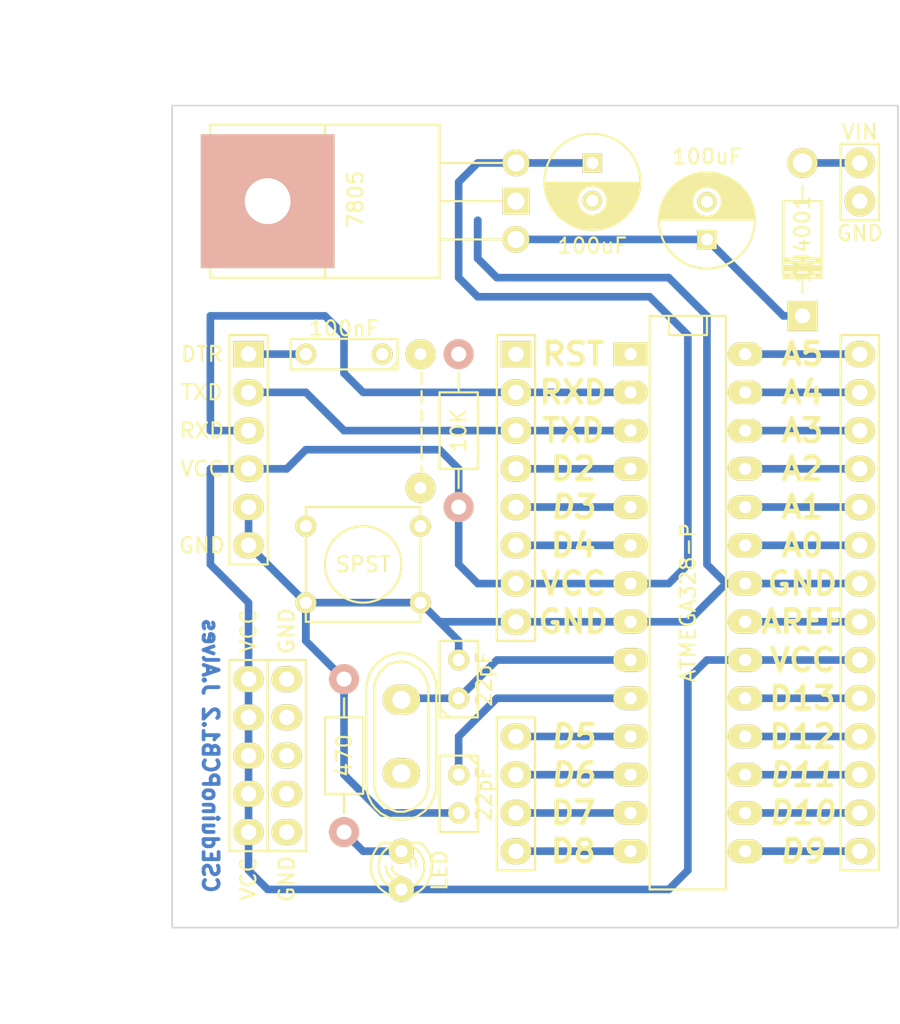
<source format=kicad_pcb>

(kicad_pcb
  (version 4)
  (host pcbnew "(2015-05-23 BZR 5679)-product")
  (general
    (links 59)
    (no_connects 5)
    (area 21.210001 17.47 84.156334 84.95)
    (thickness 1.6)
    (drawings 43)
    (tracks 115)
    (zones 0)
    (modules 21)
    (nets 31))
  (page A4)
  (title_block
    (title "CSEduino - PCB edition")
    (date 17-4-2015)
    (rev 1.2)
    (company "Joao Alves"))
  (layers
    (0 F.Cu signal)
    (31 B.Cu signal)
    (36 B.SilkS user)
    (37 F.SilkS user)
    (38 B.Mask user)
    (40 Dwgs.User user)
    (41 Cmts.User user hide)
    (42 Eco1.User user)
    (43 Eco2.User user)
    (44 Edge.Cuts user)
    (45 Margin user)
    (47 F.CrtYd user)
    (49 F.Fab user))
  (setup
    (last_trace_width 0.508)
    (trace_clearance 0.508)
    (zone_clearance 0.254)
    (zone_45_only no)
    (trace_min 0.508)
    (segment_width 0.2)
    (edge_width 0.1)
    (via_size 0.889)
    (via_drill 0.635)
    (via_min_size 0.889)
    (via_min_drill 0.508)
    (uvia_size 0.508)
    (uvia_drill 0.127)
    (uvias_allowed no)
    (uvia_min_size 0.508)
    (uvia_min_drill 0.127)
    (pcb_text_width 0.3)
    (pcb_text_size 1.5 1.5)
    (mod_edge_width 0.15)
    (mod_text_size 1 1)
    (mod_text_width 0.15)
    (pad_size 2.032 2.032)
    (pad_drill 1.016)
    (pad_to_mask_clearance 0)
    (aux_axis_origin 33.02 78.74)
    (visible_elements 7FFFF77F)
    (pcbplotparams
      (layerselection 0x01060_80000001)
      (usegerberextensions false)
      (excludeedgelayer true)
      (linewidth 0.1)
      (plotframeref false)
      (viasonmask false)
      (mode 1)
      (useauxorigin false)
      (hpglpennumber 1)
      (hpglpenspeed 20)
      (hpglpendiameter 15)
      (hpglpenoverlay 2)
      (psnegative false)
      (psa4output false)
      (plotreference false)
      (plotvalue true)
      (plotinvisibletext false)
      (padsonsilk false)
      (subtractmaskfromsilk false)
      (outputformat 4)
      (mirror false)
      (drillshape 2)
      (scaleselection 1)
      (outputdirectory output/)))
  (net 0 "")
  (net 1 GND)
  (net 2 "Net-(C1-Pad1)")
  (net 3 +5V)
  (net 4 "Net-(C3-Pad1)")
  (net 5 "Net-(C4-Pad1)")
  (net 6 "Net-(C5-Pad1)")
  (net 7 "Net-(C5-Pad2)")
  (net 8 "Net-(D1-Pad1)")
  (net 9 "Net-(IC1-Pad2)")
  (net 10 "Net-(IC1-Pad3)")
  (net 11 "Net-(IC1-Pad4)")
  (net 12 "Net-(IC1-Pad5)")
  (net 13 "Net-(IC1-Pad6)")
  (net 14 "Net-(IC1-Pad11)")
  (net 15 "Net-(IC1-Pad12)")
  (net 16 "Net-(IC1-Pad13)")
  (net 17 "Net-(IC1-Pad14)")
  (net 18 "Net-(IC1-Pad15)")
  (net 19 "Net-(IC1-Pad16)")
  (net 20 "Net-(IC1-Pad17)")
  (net 21 "Net-(IC1-Pad18)")
  (net 22 "Net-(IC1-Pad19)")
  (net 23 "Net-(IC1-Pad21)")
  (net 24 "Net-(IC1-Pad23)")
  (net 25 "Net-(IC1-Pad24)")
  (net 26 "Net-(IC1-Pad25)")
  (net 27 "Net-(IC1-Pad26)")
  (net 28 "Net-(IC1-Pad27)")
  (net 29 "Net-(IC1-Pad28)")
  (net 30 "Net-(D2-Pad2)")
  (net_class Default "This is the default net class."
    (clearance 0.508)
    (trace_width 0.508)
    (via_dia 0.889)
    (via_drill 0.635)
    (uvia_dia 0.508)
    (uvia_drill 0.127)
    (add_net +5V)
    (add_net GND)
    (add_net "Net-(C1-Pad1)")
    (add_net "Net-(C3-Pad1)")
    (add_net "Net-(C4-Pad1)")
    (add_net "Net-(C5-Pad1)")
    (add_net "Net-(C5-Pad2)")
    (add_net "Net-(D1-Pad1)")
    (add_net "Net-(D2-Pad2)")
    (add_net "Net-(IC1-Pad11)")
    (add_net "Net-(IC1-Pad12)")
    (add_net "Net-(IC1-Pad13)")
    (add_net "Net-(IC1-Pad14)")
    (add_net "Net-(IC1-Pad15)")
    (add_net "Net-(IC1-Pad16)")
    (add_net "Net-(IC1-Pad17)")
    (add_net "Net-(IC1-Pad18)")
    (add_net "Net-(IC1-Pad19)")
    (add_net "Net-(IC1-Pad2)")
    (add_net "Net-(IC1-Pad21)")
    (add_net "Net-(IC1-Pad23)")
    (add_net "Net-(IC1-Pad24)")
    (add_net "Net-(IC1-Pad25)")
    (add_net "Net-(IC1-Pad26)")
    (add_net "Net-(IC1-Pad27)")
    (add_net "Net-(IC1-Pad28)")
    (add_net "Net-(IC1-Pad3)")
    (add_net "Net-(IC1-Pad4)")
    (add_net "Net-(IC1-Pad5)")
    (add_net "Net-(IC1-Pad6)"))
  (module Sockets_DIP:DIP-28__300_ELL
    (layer F.Cu)
    (tedit 552288A1)
    (tstamp inf)
    (at 67.31 57.15 270)
    (descr "28 pins DIL package, elliptical pads, width 300mil")
    (tags DIL)
    (path /551E603B)
    (fp_text reference IC1
      (at -11.43 0 270)
      (layer F.SilkS) hide
      (effects
        (font
          (size 1 1)
          (thickness 0.15))))
    (fp_text value ATMEGA328-P
      (at 0 0 270)
      (layer F.SilkS)
      (effects
        (font
          (size 1 1)
          (thickness 0.15))))
    (fp_line
      (start -19.05 -2.54)
      (end 19.05 -2.54)
      (layer F.SilkS)
      (width 0.15))
    (fp_line
      (start 19.05 -2.54)
      (end 19.05 2.54)
      (layer F.SilkS)
      (width 0.15))
    (fp_line
      (start 19.05 2.54)
      (end -19.05 2.54)
      (layer F.SilkS)
      (width 0.15))
    (fp_line
      (start -19.05 2.54)
      (end -19.05 -2.54)
      (layer F.SilkS)
      (width 0.15))
    (fp_line
      (start -19.05 -1.27)
      (end -17.78 -1.27)
      (layer F.SilkS)
      (width 0.15))
    (fp_line
      (start -17.78 -1.27)
      (end -17.78 1.27)
      (layer F.SilkS)
      (width 0.15))
    (fp_line
      (start -17.78 1.27)
      (end -19.05 1.27)
      (layer F.SilkS)
      (width 0.15))
    (pad 2 thru_hole oval
      (at -13.97 3.81 270)
      (size 1.5748 2.286)
      (drill 0.8128)
      (layers *.Cu *.Mask F.SilkS)
      (net 9 "Net-(IC1-Pad2)"))
    (pad 3 thru_hole oval
      (at -11.43 3.81 270)
      (size 1.5748 2.286)
      (drill 0.8128)
      (layers *.Cu *.Mask F.SilkS)
      (net 10 "Net-(IC1-Pad3)"))
    (pad 4 thru_hole oval
      (at -8.89 3.81 270)
      (size 1.5748 2.286)
      (drill 0.8128)
      (layers *.Cu *.Mask F.SilkS)
      (net 11 "Net-(IC1-Pad4)"))
    (pad 5 thru_hole oval
      (at -6.35 3.81 270)
      (size 1.5748 2.286)
      (drill 0.8128)
      (layers *.Cu *.Mask F.SilkS)
      (net 12 "Net-(IC1-Pad5)"))
    (pad 6 thru_hole oval
      (at -3.81 3.81 270)
      (size 1.5748 2.286)
      (drill 0.8128)
      (layers *.Cu *.Mask F.SilkS)
      (net 13 "Net-(IC1-Pad6)"))
    (pad 7 thru_hole oval
      (at -1.27 3.81 270)
      (size 1.5748 2.286)
      (drill 0.8128)
      (layers *.Cu *.Mask F.SilkS))
    (pad 8 thru_hole oval
      (at 1.27 3.81 270)
      (size 1.5748 2.286)
      (drill 0.8128)
      (layers *.Cu *.Mask F.SilkS)
      (net 1 GND))
    (pad 9 thru_hole oval
      (at 3.81 3.81 270)
      (size 1.5748 2.286)
      (drill 0.8128)
      (layers *.Cu *.Mask F.SilkS)
      (net 5 "Net-(C4-Pad1)"))
    (pad 10 thru_hole oval
      (at 6.35 3.81 270)
      (size 1.5748 2.286)
      (drill 0.8128)
      (layers *.Cu *.Mask F.SilkS)
      (net 4 "Net-(C3-Pad1)"))
    (pad 11 thru_hole oval
      (at 8.89 3.81 270)
      (size 1.5748 2.286)
      (drill 0.8128)
      (layers *.Cu *.Mask F.SilkS)
      (net 14 "Net-(IC1-Pad11)"))
    (pad 12 thru_hole oval
      (at 11.43 3.81 270)
      (size 1.5748 2.286)
      (drill 0.8128)
      (layers *.Cu *.Mask F.SilkS)
      (net 15 "Net-(IC1-Pad12)"))
    (pad 13 thru_hole oval
      (at 13.97 3.81 270)
      (size 1.5748 2.286)
      (drill 0.8128)
      (layers *.Cu *.Mask F.SilkS)
      (net 16 "Net-(IC1-Pad13)"))
    (pad 14 thru_hole oval
      (at 16.51 3.81 270)
      (size 1.5748 2.286)
      (drill 0.8128)
      (layers *.Cu *.Mask F.SilkS)
      (net 17 "Net-(IC1-Pad14)"))
    (pad 1 thru_hole rect
      (at -16.51 3.81 270)
      (size 1.5748 2.286)
      (drill 0.8128)
      (layers *.Cu *.Mask F.SilkS))
    (pad 15 thru_hole oval
      (at 16.51 -3.81 270)
      (size 1.5748 2.286)
      (drill 0.8128)
      (layers *.Cu *.Mask F.SilkS)
      (net 18 "Net-(IC1-Pad15)"))
    (pad 16 thru_hole oval
      (at 13.97 -3.81 270)
      (size 1.5748 2.286)
      (drill 0.8128)
      (layers *.Cu *.Mask F.SilkS)
      (net 19 "Net-(IC1-Pad16)"))
    (pad 17 thru_hole oval
      (at 11.43 -3.81 270)
      (size 1.5748 2.286)
      (drill 0.8128)
      (layers *.Cu *.Mask F.SilkS)
      (net 20 "Net-(IC1-Pad17)"))
    (pad 18 thru_hole oval
      (at 8.89 -3.81 270)
      (size 1.5748 2.286)
      (drill 0.8128)
      (layers *.Cu *.Mask F.SilkS)
      (net 21 "Net-(IC1-Pad18)"))
    (pad 19 thru_hole oval
      (at 6.35 -3.81 270)
      (size 1.5748 2.286)
      (drill 0.8128)
      (layers *.Cu *.Mask F.SilkS)
      (net 22 "Net-(IC1-Pad19)"))
    (pad 20 thru_hole oval
      (at 3.81 -3.81 270)
      (size 1.5748 2.286)
      (drill 0.8128)
      (layers *.Cu *.Mask F.SilkS))
    (pad 21 thru_hole oval
      (at 1.27 -3.81 270)
      (size 1.5748 2.286)
      (drill 0.8128)
      (layers *.Cu *.Mask F.SilkS)
      (net 23 "Net-(IC1-Pad21)"))
    (pad 22 thru_hole oval
      (at -1.27 -3.81 270)
      (size 1.5748 2.286)
      (drill 0.8128)
      (layers *.Cu *.Mask F.SilkS))
    (pad 23 thru_hole oval
      (at -3.81 -3.81 270)
      (size 1.5748 2.286)
      (drill 0.8128)
      (layers *.Cu *.Mask F.SilkS)
      (net 24 "Net-(IC1-Pad23)"))
    (pad 24 thru_hole oval
      (at -6.35 -3.81 270)
      (size 1.5748 2.286)
      (drill 0.8128)
      (layers *.Cu *.Mask F.SilkS)
      (net 25 "Net-(IC1-Pad24)"))
    (pad 25 thru_hole oval
      (at -8.89 -3.81 270)
      (size 1.5748 2.286)
      (drill 0.8128)
      (layers *.Cu *.Mask F.SilkS)
      (net 26 "Net-(IC1-Pad25)"))
    (pad 26 thru_hole oval
      (at -11.43 -3.81 270)
      (size 1.5748 2.286)
      (drill 0.8128)
      (layers *.Cu *.Mask F.SilkS)
      (net 27 "Net-(IC1-Pad26)"))
    (pad 27 thru_hole oval
      (at -13.97 -3.81 270)
      (size 1.5748 2.286)
      (drill 0.8128)
      (layers *.Cu *.Mask F.SilkS)
      (net 28 "Net-(IC1-Pad27)"))
    (pad 28 thru_hole oval
      (at -16.51 -3.81 270)
      (size 1.5748 2.286)
      (drill 0.8128)
      (layers *.Cu *.Mask F.SilkS)
      (net 29 "Net-(IC1-Pad28)"))
    (model 3d/pth_circuits/dil_28-300_socket.wrl
      (at
        (xyz 0 0 0))
      (scale
        (xyz 1 1 1))
      (rotate
        (xyz 0 0 0))))
  (module Discret:C1
    (layer F.Cu)
    (tedit 552286000000000.0)
    (tstamp 551E721E)
    (at 52.07 62.23 90)
    (descr "Condensateur e = 1 pas")
    (tags C)
    (path /551E62D1)
    (fp_text reference C4
      (at 0.254 -2.286 90)
      (layer F.SilkS) hide
      (effects
        (font
          (size 1 1)
          (thickness 0.15))))
    (fp_text value 22pF
      (at 0 1.7 90)
      (layer F.SilkS)
      (effects
        (font
          (size 1 1)
          (thickness 0.15))))
    (fp_line
      (start -2.4892 -1.27)
      (end 2.54 -1.27)
      (layer F.SilkS)
      (width 0.15))
    (fp_line
      (start 2.54 -1.27)
      (end 2.54 1.27)
      (layer F.SilkS)
      (width 0.15))
    (fp_line
      (start 2.54 1.27)
      (end -2.54 1.27)
      (layer F.SilkS)
      (width 0.15))
    (fp_line
      (start -2.54 1.27)
      (end -2.54 -1.27)
      (layer F.SilkS)
      (width 0.15))
    (fp_line
      (start -2.54 -0.635)
      (end -1.905 -1.27)
      (layer F.SilkS)
      (width 0.15))
    (pad 1 thru_hole circle
      (at -1.27 0 90)
      (size 1.397 1.397)
      (drill 0.8128)
      (layers *.Cu *.Mask F.SilkS)
      (net 5 "Net-(C4-Pad1)"))
    (pad 2 thru_hole circle
      (at 1.27 0 90)
      (size 1.397 1.397)
      (drill 0.8128)
      (layers *.Cu *.Mask F.SilkS)
      (net 1 GND))
    (model 3d/capacitors/cnp_3mm_disc.wrl
      (at
        (xyz 0 0 0))
      (scale
        (xyz 1 1 1))
      (rotate
        (xyz 0 0 0))))
  (module Discret:C1
    (layer F.Cu)
    (tedit 552288BF)
    (tstamp inf)
    (at 52.07 69.85 270)
    (descr "Condensateur e = 1 pas")
    (tags C)
    (path /551E6211)
    (fp_text reference C3
      (at 0.254 -2.286 270)
      (layer F.SilkS) hide
      (effects
        (font
          (size 1 1)
          (thickness 0.15))))
    (fp_text value 22pF
      (at 0 -1.7 270)
      (layer F.SilkS)
      (effects
        (font
          (size 1 1)
          (thickness 0.15))))
    (fp_line
      (start -2.4892 -1.27)
      (end 2.54 -1.27)
      (layer F.SilkS)
      (width 0.15))
    (fp_line
      (start 2.54 -1.27)
      (end 2.54 1.27)
      (layer F.SilkS)
      (width 0.15))
    (fp_line
      (start 2.54 1.27)
      (end -2.54 1.27)
      (layer F.SilkS)
      (width 0.15))
    (fp_line
      (start -2.54 1.27)
      (end -2.54 -1.27)
      (layer F.SilkS)
      (width 0.15))
    (fp_line
      (start -2.54 -0.635)
      (end -1.905 -1.27)
      (layer F.SilkS)
      (width 0.15))
    (pad 1 thru_hole circle
      (at -1.27 0 270)
      (size 1.397 1.397)
      (drill 0.8128)
      (layers *.Cu *.Mask F.SilkS)
      (net 4 "Net-(C3-Pad1)"))
    (pad 2 thru_hole circle
      (at 1.27 0 270)
      (size 1.397 1.397)
      (drill 0.8128)
      (layers *.Cu *.Mask F.SilkS)
      (net 1 GND))
    (model 3d/capacitors/cnp_3mm_disc.wrl
      (at
        (xyz 0 0 0))
      (scale
        (xyz 1 1 1))
      (rotate
        (xyz 0 0 0))))
  (module Discret:C2
    (layer F.Cu)
    (tedit 552286CE)
    (tstamp inf)
    (at 44.45 40.64 180)
    (descr "Condensateur = 2 pas")
    (tags C)
    (path /551EA5E1)
    (fp_text reference C5
      (at 0 0 180)
      (layer F.SilkS) hide
      (effects
        (font
          (size 1 1)
          (thickness 0.15))))
    (fp_text value 100nF
      (at 0 1.7 180)
      (layer F.SilkS)
      (effects
        (font
          (size 1 1)
          (thickness 0.15))))
    (fp_line
      (start -3.556 -1.016)
      (end 3.556 -1.016)
      (layer F.SilkS)
      (width 0.15))
    (fp_line
      (start 3.556 -1.016)
      (end 3.556 1.016)
      (layer F.SilkS)
      (width 0.15))
    (fp_line
      (start 3.556 1.016)
      (end -3.556 1.016)
      (layer F.SilkS)
      (width 0.15))
    (fp_line
      (start -3.556 1.016)
      (end -3.556 -1.016)
      (layer F.SilkS)
      (width 0.15))
    (fp_line
      (start -3.556 -0.508)
      (end -3.048 -1.016)
      (layer F.SilkS)
      (width 0.15))
    (pad 1 thru_hole circle
      (at -2.54 0 180)
      (size 1.397 1.397)
      (drill 0.8128)
      (layers *.Cu *.Mask F.SilkS))
    (pad 2 thru_hole circle
      (at 2.54 0 180)
      (size 1.397 1.397)
      (drill 0.8128)
      (layers *.Cu *.Mask F.SilkS)
      (net 7 "Net-(C5-Pad2)"))
    (model 3d/capacitors/cnp_6mm_disc.wrl
      (at
        (xyz 0 0 0))
      (scale
        (xyz 1 1 1))
      (rotate
        (xyz 0 0 0))))
  (module Diodes_ThroughHole:Diode_DO-41_SOD81_Horizontal_RM10
    (layer F.Cu)
    (tedit 5522744A)
    (tstamp 551EC555)
    (at 74.93 33.02 270)
    (descr "Diode, DO-41, SOD81, Horizontal, RM 10mm,")
    (tags "Diode, DO-41, SOD81, Horizontal, RM 10mm, 1N4007, SB140,")
    (path /551E7627)
    (fp_text reference D1
      (at 0 2.54 270)
      (layer F.SilkS) hide
      (effects
        (font
          (size 1 1)
          (thickness 0.15))))
    (fp_text value 1N4001
      (at 0 0 270)
      (layer F.SilkS)
      (effects
        (font
          (size 1 1)
          (thickness 0.15))))
    (fp_line
      (start -2.54 0)
      (end -3.556 0)
      (layer F.SilkS)
      (width 0.15))
    (fp_line
      (start 2.286 0)
      (end 3.556 0)
      (layer F.SilkS)
      (width 0.15))
    (fp_line
      (start 2.032 -1.27)
      (end 2.032 1.27)
      (layer F.SilkS)
      (width 0.15))
    (fp_line
      (start 1.778 -1.27)
      (end 1.778 1.27)
      (layer F.SilkS)
      (width 0.15))
    (fp_line
      (start 1.524 -1.27)
      (end 1.524 1.27)
      (layer F.SilkS)
      (width 0.15))
    (fp_line
      (start 2.286 -1.27)
      (end 2.286 1.27)
      (layer F.SilkS)
      (width 0.15))
    (fp_line
      (start 1.27 -1.27)
      (end 2.54 1.27)
      (layer F.SilkS)
      (width 0.15))
    (fp_line
      (start 2.54 -1.27)
      (end 1.27 1.27)
      (layer F.SilkS)
      (width 0.15))
    (fp_line
      (start 1.27 -1.27)
      (end 1.27 1.27)
      (layer F.SilkS)
      (width 0.15))
    (fp_line
      (start 1.905 -1.27)
      (end 1.905 1.27)
      (layer F.SilkS)
      (width 0.15))
    (fp_line
      (start 2.54 1.27)
      (end 2.54 -1.27)
      (layer F.SilkS)
      (width 0.15))
    (fp_line
      (start 2.54 -1.27)
      (end -2.54 -1.27)
      (layer F.SilkS)
      (width 0.15))
    (fp_line
      (start -2.54 -1.27)
      (end -2.54 1.27)
      (layer F.SilkS)
      (width 0.15))
    (fp_line
      (start -2.54 1.27)
      (end 2.54 1.27)
      (layer F.SilkS)
      (width 0.15))
    (pad 1 thru_hole circle
      (at -5.08 0 270)
      (size 1.99898 1.99898)
      (drill 1.27)
      (layers *.Cu *.Mask F.SilkS)
      (net 8 "Net-(D1-Pad1)"))
    (pad 2 thru_hole rect
      (at 5.08 0 270)
      (size 1.99898 1.99898)
      (drill 1.00076)
      (layers *.Cu *.Mask F.SilkS)
      (net 2 "Net-(C1-Pad1)"))
    (model 3d/pth_diodes/diode_do41.wrl
      (at
        (xyz 0 0 0))
      (scale
        (xyz 1 1 1))
      (rotate
        (xyz 0 0 0))))
  (module Discret:SW_PUSH_SMALL
    (layer F.Cu)
    (tedit 55228800.0)
    (tstamp 551E730A)
    (at 45.72 54.61)
    (path /551EA9DC)
    (fp_text reference SW1
      (at 0 -0.762)
      (layer F.SilkS) hide
      (effects
        (font
          (size 1 1)
          (thickness 0.15))))
    (fp_text value SPST
      (at 0 0)
      (layer F.SilkS)
      (effects
        (font
          (size 1 1)
          (thickness 0.15))))
    (fp_circle
      (center 0 0)
      (end 0 -2.54)
      (layer F.SilkS)
      (width 0.15))
    (fp_line
      (start -3.81 -3.81)
      (end 3.81 -3.81)
      (layer F.SilkS)
      (width 0.15))
    (fp_line
      (start 3.81 -3.81)
      (end 3.81 3.81)
      (layer F.SilkS)
      (width 0.15))
    (fp_line
      (start 3.81 3.81)
      (end -3.81 3.81)
      (layer F.SilkS)
      (width 0.15))
    (fp_line
      (start -3.81 -3.81)
      (end -3.81 3.81)
      (layer F.SilkS)
      (width 0.15))
    (pad 1 thru_hole circle
      (at 3.81 -2.54)
      (size 1.397 1.397)
      (drill 0.8128)
      (layers *.Cu *.Mask F.SilkS))
    (pad 2 thru_hole circle
      (at 3.81 2.54)
      (size 1.397 1.397)
      (drill 0.8128)
      (layers *.Cu *.Mask F.SilkS)
      (net 1 GND))
    (pad 1 thru_hole circle
      (at -3.81 -2.54)
      (size 1.397 1.397)
      (drill 0.8128)
      (layers *.Cu *.Mask F.SilkS))
    (pad 2 thru_hole circle
      (at -3.81 2.54)
      (size 1.397 1.397)
      (drill 0.8128)
      (layers *.Cu *.Mask F.SilkS)
      (net 1 GND))
    (model 3d/switch/pcb_push.wrl
      (at
        (xyz 0 0 0))
      (scale
        (xyz 1 1 1))
      (rotate
        (xyz 0 0 90))))
  (module Crystal_HC50-U_Vertical
    (layer F.Cu)
    (tedit 552288000000000.0)
    (tstamp inf)
    (at 48.26 66.04 90)
    (descr "Crystal, Quarz, HC50/U, vertical, stehend,")
    (tags "Crystal, Quarz, HC50/U, vertical, stehend,")
    (path /551E619A)
    (fp_text reference X1
      (at 0 -3.81 90)
      (layer F.SilkS) hide
      (effects
        (font
          (size 1 1)
          (thickness 0.15))))
    (fp_text value CRYSTAL
      (at 0 3.81 90)
      (layer F.Fab) hide
      (effects
        (font
          (size 1 1)
          (thickness 0.15))))
    (fp_line
      (start 4.699 -1.00076)
      (end 4.89966 -0.59944)
      (layer F.SilkS)
      (width 0.15))
    (fp_line
      (start 4.89966 -0.59944)
      (end 5.00126 0)
      (layer F.SilkS)
      (width 0.15))
    (fp_line
      (start 5.00126 0)
      (end 4.89966 0.50038)
      (layer F.SilkS)
      (width 0.15))
    (fp_line
      (start 4.89966 0.50038)
      (end 4.50088 1.19888)
      (layer F.SilkS)
      (width 0.15))
    (fp_line
      (start 4.50088 1.19888)
      (end 3.8989 1.6002)
      (layer F.SilkS)
      (width 0.15))
    (fp_line
      (start 3.8989 1.6002)
      (end 3.29946 1.80086)
      (layer F.SilkS)
      (width 0.15))
    (fp_line
      (start 3.29946 1.80086)
      (end -3.29946 1.80086)
      (layer F.SilkS)
      (width 0.15))
    (fp_line
      (start -3.29946 1.80086)
      (end -4.0005 1.6002)
      (layer F.SilkS)
      (width 0.15))
    (fp_line
      (start -4.0005 1.6002)
      (end -4.39928 1.30048)
      (layer F.SilkS)
      (width 0.15))
    (fp_line
      (start -4.39928 1.30048)
      (end -4.8006 0.8001)
      (layer F.SilkS)
      (width 0.15))
    (fp_line
      (start -4.8006 0.8001)
      (end -5.00126 0.20066)
      (layer F.SilkS)
      (width 0.15))
    (fp_line
      (start -5.00126 0.20066)
      (end -5.00126 -0.29972)
      (layer F.SilkS)
      (width 0.15))
    (fp_line
      (start -5.00126 -0.29972)
      (end -4.8006 -0.8001)
      (layer F.SilkS)
      (width 0.15))
    (fp_line
      (start -4.8006 -0.8001)
      (end -4.30022 -1.39954)
      (layer F.SilkS)
      (width 0.15))
    (fp_line
      (start -4.30022 -1.39954)
      (end -3.79984 -1.69926)
      (layer F.SilkS)
      (width 0.15))
    (fp_line
      (start -3.79984 -1.69926)
      (end -3.29946 -1.80086)
      (layer F.SilkS)
      (width 0.15))
    (fp_line
      (start -3.2004 -1.80086)
      (end 3.40106 -1.80086)
      (layer F.SilkS)
      (width 0.15))
    (fp_line
      (start 3.40106 -1.80086)
      (end 3.79984 -1.69926)
      (layer F.SilkS)
      (width 0.15))
    (fp_line
      (start 3.79984 -1.69926)
      (end 4.30022 -1.39954)
      (layer F.SilkS)
      (width 0.15))
    (fp_line
      (start 4.30022 -1.39954)
      (end 4.8006 -0.89916)
      (layer F.SilkS)
      (width 0.15))
    (fp_line
      (start -3.19024 -2.32918)
      (end -3.64998 -2.28092)
      (layer F.SilkS)
      (width 0.15))
    (fp_line
      (start -3.64998 -2.28092)
      (end -4.04876 -2.16916)
      (layer F.SilkS)
      (width 0.15))
    (fp_line
      (start -4.04876 -2.16916)
      (end -4.48056 -1.95072)
      (layer F.SilkS)
      (width 0.15))
    (fp_line
      (start -4.48056 -1.95072)
      (end -4.77012 -1.71958)
      (layer F.SilkS)
      (width 0.15))
    (fp_line
      (start -4.77012 -1.71958)
      (end -5.10032 -1.36906)
      (layer F.SilkS)
      (width 0.15))
    (fp_line
      (start -5.10032 -1.36906)
      (end -5.38988 -0.83058)
      (layer F.SilkS)
      (width 0.15))
    (fp_line
      (start -5.38988 -0.83058)
      (end -5.51942 -0.23114)
      (layer F.SilkS)
      (width 0.15))
    (fp_line
      (start -5.51942 -0.23114)
      (end -5.51942 0.2794)
      (layer F.SilkS)
      (width 0.15))
    (fp_line
      (start -5.51942 0.2794)
      (end -5.34924 0.98044)
      (layer F.SilkS)
      (width 0.15))
    (fp_line
      (start -5.34924 0.98044)
      (end -4.95046 1.56972)
      (layer F.SilkS)
      (width 0.15))
    (fp_line
      (start -4.95046 1.56972)
      (end -4.49072 1.94056)
      (layer F.SilkS)
      (width 0.15))
    (fp_line
      (start -4.49072 1.94056)
      (end -4.06908 2.14884)
      (layer F.SilkS)
      (width 0.15))
    (fp_line
      (start -4.06908 2.14884)
      (end -3.6195 2.30886)
      (layer F.SilkS)
      (width 0.15))
    (fp_line
      (start -3.6195 2.30886)
      (end -3.18008 2.33934)
      (layer F.SilkS)
      (width 0.15))
    (fp_line
      (start 4.16052 2.1209)
      (end 4.53898 1.89992)
      (layer F.SilkS)
      (width 0.15))
    (fp_line
      (start 4.53898 1.89992)
      (end 4.85902 1.62052)
      (layer F.SilkS)
      (width 0.15))
    (fp_line
      (start 4.85902 1.62052)
      (end 5.11048 1.29032)
      (layer F.SilkS)
      (width 0.15))
    (fp_line
      (start 5.11048 1.29032)
      (end 5.4102 0.73914)
      (layer F.SilkS)
      (width 0.15))
    (fp_line
      (start 5.4102 0.73914)
      (end 5.51942 0.26924)
      (layer F.SilkS)
      (width 0.15))
    (fp_line
      (start 5.51942 0.26924)
      (end 5.53974 -0.1905)
      (layer F.SilkS)
      (width 0.15))
    (fp_line
      (start 5.53974 -0.1905)
      (end 5.45084 -0.65024)
      (layer F.SilkS)
      (width 0.15))
    (fp_line
      (start 5.45084 -0.65024)
      (end 5.26034 -1.09982)
      (layer F.SilkS)
      (width 0.15))
    (fp_line
      (start 5.26034 -1.09982)
      (end 4.89966 -1.56972)
      (layer F.SilkS)
      (width 0.15))
    (fp_line
      (start 4.89966 -1.56972)
      (end 4.54914 -1.88976)
      (layer F.SilkS)
      (width 0.15))
    (fp_line
      (start 4.54914 -1.88976)
      (end 4.16052 -2.1209)
      (layer F.SilkS)
      (width 0.15))
    (fp_line
      (start 4.16052 -2.1209)
      (end 3.73126 -2.2606)
      (layer F.SilkS)
      (width 0.15))
    (fp_line
      (start 3.73126 -2.2606)
      (end 3.2893 -2.32918)
      (layer F.SilkS)
      (width 0.15))
    (fp_line
      (start -3.2004 2.32918)
      (end 3.2512 2.32918)
      (layer F.SilkS)
      (width 0.15))
    (fp_line
      (start 3.2512 2.32918)
      (end 3.6703 2.29108)
      (layer F.SilkS)
      (width 0.15))
    (fp_line
      (start 3.6703 2.29108)
      (end 4.16052 2.1209)
      (layer F.SilkS)
      (width 0.15))
    (fp_line
      (start -3.2004 -2.32918)
      (end 3.2512 -2.32918)
      (layer F.SilkS)
      (width 0.15))
    (pad 1 thru_hole oval
      (at -2.44094 0 90)
      (size 1.99898 2.49936)
      (drill 1.19888)
      (layers *.Cu *.Mask F.SilkS))
    (pad 2 thru_hole oval
      (at 2.44094 0 90)
      (size 1.99898 2.49936)
      (drill 1.19888)
      (layers *.Cu *.Mask F.SilkS)
      (net 5 "Net-(C4-Pad1)"))
    (model 3d/pth_crystals/crystal_hc-49s.wrl
      (at
        (xyz 0 0 0))
      (scale
        (xyz 1 1 1))
      (rotate
        (xyz 0 0 0))))
  (module Pin_Headers:Pin_Header_Straight_1x05
    (layer F.Cu)
    (tedit 552288DC)
    (tstamp 551F12B4)
    (at 40.64 62.23)
    (descr "Through hole pin header")
    (tags "pin header")
    (fp_text reference REF**
      (at 0 -5.1)
      (layer F.SilkS) hide
      (effects
        (font
          (size 1 1)
          (thickness 0.15))))
    (fp_text value GND
      (at 0 -3.2 90)
      (layer F.SilkS)
      (effects
        (font
          (size 1 1)
          (thickness 0.15))))
    (fp_line
      (start -1.75 -1.75)
      (end -1.75 11.95)
      (layer F.CrtYd)
      (width 0.05))
    (fp_line
      (start 1.75 -1.75)
      (end 1.75 11.95)
      (layer F.CrtYd)
      (width 0.05))
    (fp_line
      (start -1.75 -1.75)
      (end 1.75 -1.75)
      (layer F.CrtYd)
      (width 0.05))
    (fp_line
      (start -1.75 11.95)
      (end 1.75 11.95)
      (layer F.CrtYd)
      (width 0.05))
    (fp_line
      (start 1.27 -1.27)
      (end 1.27 11.43)
      (layer F.SilkS)
      (width 0.15))
    (fp_line
      (start 1.27 11.43)
      (end -1.27 11.43)
      (layer F.SilkS)
      (width 0.15))
    (fp_line
      (start -1.27 11.43)
      (end -1.27 -1.27)
      (layer F.SilkS)
      (width 0.15))
    (fp_line
      (start 1.27 -1.27)
      (end -1.27 -1.27)
      (layer F.SilkS)
      (width 0.15))
    (pad 1 thru_hole oval
      (at 0 0)
      (size 2.032 1.7272)
      (drill 1.016)
      (layers *.Cu *.Mask F.SilkS))
    (pad 2 thru_hole oval
      (at 0 2.54)
      (size 2.032 1.7272)
      (drill 1.016)
      (layers *.Cu *.Mask F.SilkS))
    (pad 3 thru_hole oval
      (at 0 5.08)
      (size 2.032 1.7272)
      (drill 1.016)
      (layers *.Cu *.Mask F.SilkS))
    (pad 4 thru_hole oval
      (at 0 7.62)
      (size 2.032 1.7272)
      (drill 1.016)
      (layers *.Cu *.Mask F.SilkS))
    (pad 5 thru_hole oval
      (at 0 10.16)
      (size 2.032 1.7272)
      (drill 1.016)
      (layers *.Cu *.Mask F.SilkS))
    (model Pin_Headers.3dshapes/Pin_Header_Straight_1x05.wrl
      (at
        (xyz 0 -0.2000000029802322 0))
      (scale
        (xyz 1 1 1))
      (rotate
        (xyz 0 0 90))))
  (module Pin_Headers:Pin_Header_Straight_1x05
    (layer F.Cu)
    (tedit 55228750)
    (tstamp 551F0D4B)
    (at 38.1 62.23)
    (descr "Through hole pin header")
    (tags "pin header")
    (fp_text reference REF**
      (at 0 -5.1)
      (layer F.SilkS) hide
      (effects
        (font
          (size 1 1)
          (thickness 0.15))))
    (fp_text value VCC
      (at 0 -3.2 90)
      (layer F.SilkS)
      (effects
        (font
          (size 1 1)
          (thickness 0.15))))
    (fp_line
      (start -1.75 -1.75)
      (end -1.75 11.95)
      (layer F.CrtYd)
      (width 0.05))
    (fp_line
      (start 1.75 -1.75)
      (end 1.75 11.95)
      (layer F.CrtYd)
      (width 0.05))
    (fp_line
      (start -1.75 -1.75)
      (end 1.75 -1.75)
      (layer F.CrtYd)
      (width 0.05))
    (fp_line
      (start -1.75 11.95)
      (end 1.75 11.95)
      (layer F.CrtYd)
      (width 0.05))
    (fp_line
      (start 1.27 -1.27)
      (end 1.27 11.43)
      (layer F.SilkS)
      (width 0.15))
    (fp_line
      (start 1.27 11.43)
      (end -1.27 11.43)
      (layer F.SilkS)
      (width 0.15))
    (fp_line
      (start -1.27 11.43)
      (end -1.27 -1.27)
      (layer F.SilkS)
      (width 0.15))
    (fp_line
      (start 1.27 -1.27)
      (end -1.27 -1.27)
      (layer F.SilkS)
      (width 0.15))
    (pad 1 thru_hole oval
      (at 0 0)
      (size 2.032 1.7272)
      (drill 1.016)
      (layers *.Cu *.Mask F.SilkS))
    (pad 2 thru_hole oval
      (at 0 2.54)
      (size 2.032 1.7272)
      (drill 1.016)
      (layers *.Cu *.Mask F.SilkS))
    (pad 3 thru_hole oval
      (at 0 5.08)
      (size 2.032 1.7272)
      (drill 1.016)
      (layers *.Cu *.Mask F.SilkS))
    (pad 4 thru_hole oval
      (at 0 7.62)
      (size 2.032 1.7272)
      (drill 1.016)
      (layers *.Cu *.Mask F.SilkS))
    (pad 5 thru_hole oval
      (at 0 10.16)
      (size 2.032 1.7272)
      (drill 1.016)
      (layers *.Cu *.Mask F.SilkS))
    (model Pin_Headers.3dshapes/Pin_Header_Straight_1x05.wrl
      (at
        (xyz 0 -0.2000000029802322 0))
      (scale
        (xyz 1 1 1))
      (rotate
        (xyz 0 0 90))))
  (module Pin_Headers:Pin_Header_Straight_1x06
    (layer F.Cu)
    (tedit 55228900)
    (tstamp 551E72E5)
    (at 38.1 40.64)
    (descr "Through hole pin header")
    (tags "pin header")
    (path /551EA0DA)
    (fp_text reference P5
      (at 0 -5.1)
      (layer F.SilkS) hide
      (effects
        (font
          (size 1 1)
          (thickness 0.15))))
    (fp_text value CONN_01X06
      (at 0 -3.1)
      (layer F.SilkS) hide
      (effects
        (font
          (size 1 1)
          (thickness 0.15))))
    (fp_line
      (start -1.75 -1.75)
      (end -1.75 14.45)
      (layer F.CrtYd)
      (width 0.05))
    (fp_line
      (start 1.75 -1.75)
      (end 1.75 14.45)
      (layer F.CrtYd)
      (width 0.05))
    (fp_line
      (start -1.75 -1.75)
      (end 1.75 -1.75)
      (layer F.CrtYd)
      (width 0.05))
    (fp_line
      (start -1.75 14.45)
      (end 1.75 14.45)
      (layer F.CrtYd)
      (width 0.05))
    (fp_line
      (start 1.27 -1.27)
      (end 1.27 13.97)
      (layer F.SilkS)
      (width 0.15))
    (fp_line
      (start 1.27 13.97)
      (end -1.27 13.97)
      (layer F.SilkS)
      (width 0.15))
    (fp_line
      (start -1.27 13.97)
      (end -1.27 -1.27)
      (layer F.SilkS)
      (width 0.15))
    (fp_line
      (start 1.27 -1.27)
      (end -1.27 -1.27)
      (layer F.SilkS)
      (width 0.15))
    (pad 1 thru_hole rect
      (at 0 0)
      (size 2.032 1.7272)
      (drill 1.016)
      (layers *.Cu *.Mask F.SilkS)
      (net 7 "Net-(C5-Pad2)"))
    (pad 2 thru_hole oval
      (at 0 2.54)
      (size 2.032 1.7272)
      (drill 1.016)
      (layers *.Cu *.Mask F.SilkS)
      (net 10 "Net-(IC1-Pad3)"))
    (pad 3 thru_hole oval
      (at 0 5.08)
      (size 2.032 1.7272)
      (drill 1.016)
      (layers *.Cu *.Mask F.SilkS)
      (net 9 "Net-(IC1-Pad2)"))
    (pad 4 thru_hole oval
      (at 0 7.62)
      (size 2.032 1.7272)
      (drill 1.016)
      (layers *.Cu *.Mask F.SilkS))
    (pad 5 thru_hole oval
      (at 0 10.16)
      (size 2.032 1.7272)
      (drill 1.016)
      (layers *.Cu *.Mask F.SilkS)
      (net 1 GND))
    (pad 6 thru_hole oval
      (at 0 12.7)
      (size 2.032 1.7272)
      (drill 1.016)
      (layers *.Cu *.Mask F.SilkS)
      (net 1 GND))
    (model Pin_Headers.3dshapes/Pin_Header_Straight_1x06.wrl
      (at
        (xyz 0 -0.25 0))
      (scale
        (xyz 1 1 1))
      (rotate
        (xyz 0 0 90))))
  (module Pin_Headers:Pin_Header_Straight_1x08
    (layer F.Cu)
    (tedit 55228967)
    (tstamp 551E72D0)
    (at 55.88 40.64)
    (descr "Through hole pin header")
    (tags "pin header")
    (path /551E8E01)
    (fp_text reference P4
      (at 0 -5.1)
      (layer F.SilkS) hide
      (effects
        (font
          (size 1 1)
          (thickness 0.15))))
    (fp_text value CONN_01X08
      (at 0 -3.1)
      (layer F.SilkS) hide
      (effects
        (font
          (size 1 1)
          (thickness 0.15))))
    (fp_line
      (start -1.75 -1.75)
      (end -1.75 19.55)
      (layer F.CrtYd)
      (width 0.05))
    (fp_line
      (start 1.75 -1.75)
      (end 1.75 19.55)
      (layer F.CrtYd)
      (width 0.05))
    (fp_line
      (start -1.75 -1.75)
      (end 1.75 -1.75)
      (layer F.CrtYd)
      (width 0.05))
    (fp_line
      (start -1.75 19.55)
      (end 1.75 19.55)
      (layer F.CrtYd)
      (width 0.05))
    (fp_line
      (start 1.27 -1.27)
      (end 1.27 19.05)
      (layer F.SilkS)
      (width 0.15))
    (fp_line
      (start 1.27 19.05)
      (end -1.27 19.05)
      (layer F.SilkS)
      (width 0.15))
    (fp_line
      (start -1.27 19.05)
      (end -1.27 -1.27)
      (layer F.SilkS)
      (width 0.15))
    (fp_line
      (start 1.27 -1.27)
      (end -1.27 -1.27)
      (layer F.SilkS)
      (width 0.15))
    (pad 1 thru_hole rect
      (at 0 0)
      (size 2.032 1.7272)
      (drill 1.016)
      (layers *.Cu *.Mask F.SilkS))
    (pad 2 thru_hole oval
      (at 0 2.54)
      (size 2.032 1.7272)
      (drill 1.016)
      (layers *.Cu *.Mask F.SilkS)
      (net 9 "Net-(IC1-Pad2)"))
    (pad 3 thru_hole oval
      (at 0 5.08)
      (size 2.032 1.7272)
      (drill 1.016)
      (layers *.Cu *.Mask F.SilkS)
      (net 10 "Net-(IC1-Pad3)"))
    (pad 4 thru_hole oval
      (at 0 7.62)
      (size 2.032 1.7272)
      (drill 1.016)
      (layers *.Cu *.Mask F.SilkS)
      (net 11 "Net-(IC1-Pad4)"))
    (pad 5 thru_hole oval
      (at 0 10.16)
      (size 2.032 1.7272)
      (drill 1.016)
      (layers *.Cu *.Mask F.SilkS)
      (net 12 "Net-(IC1-Pad5)"))
    (pad 6 thru_hole oval
      (at 0 12.7)
      (size 2.032 1.7272)
      (drill 1.016)
      (layers *.Cu *.Mask F.SilkS)
      (net 13 "Net-(IC1-Pad6)"))
    (pad 7 thru_hole oval
      (at 0 15.24)
      (size 2.032 1.7272)
      (drill 1.016)
      (layers *.Cu *.Mask F.SilkS)
      (net 3 +5V))
    (pad 8 thru_hole oval
      (at 0 17.78)
      (size 2.032 1.7272)
      (drill 1.016)
      (layers *.Cu *.Mask F.SilkS)
      (net 1 GND))
    (model Pin_Headers.3dshapes/Pin_Header_Straight_1x08.wrl
      (at
        (xyz 0 -0.3499999940395355 0))
      (scale
        (xyz 1 1 1))
      (rotate
        (xyz 0 0 90))))
  (module Pin_Headers:Pin_Header_Straight_1x02
    (layer F.Cu)
    (tedit 552288B5)
    (tstamp inf)
    (at 78.74 27.94)
    (descr "Through hole pin header")
    (tags "pin header")
    (path /551E740B)
    (fp_text reference P1
      (at 0 -5.1)
      (layer F.SilkS) hide
      (effects
        (font
          (size 1 1)
          (thickness 0.15))))
    (fp_text value CONN_01X02
      (at 0 -3.1)
      (layer F.SilkS) hide
      (effects
        (font
          (size 1 1)
          (thickness 0.15))))
    (fp_line
      (start 1.27 -1.27)
      (end 1.27 3.81)
      (layer F.SilkS)
      (width 0.15))
    (fp_line
      (start -1.75 -1.75)
      (end -1.75 4.3)
      (layer F.CrtYd)
      (width 0.05))
    (fp_line
      (start 1.75 -1.75)
      (end 1.75 4.3)
      (layer F.CrtYd)
      (width 0.05))
    (fp_line
      (start -1.75 -1.75)
      (end 1.75 -1.75)
      (layer F.CrtYd)
      (width 0.05))
    (fp_line
      (start -1.75 4.3)
      (end 1.75 4.3)
      (layer F.CrtYd)
      (width 0.05))
    (fp_line
      (start 1.27 -1.27)
      (end -1.27 -1.27)
      (layer F.SilkS)
      (width 0.15))
    (fp_line
      (start -1.27 -1.27)
      (end -1.27 3.81)
      (layer F.SilkS)
      (width 0.15))
    (fp_line
      (start -1.27 3.81)
      (end 1.27 3.81)
      (layer F.SilkS)
      (width 0.15))
    (pad 1 thru_hole oval
      (at 0 0)
      (size 2.032 2.032)
      (drill 1.016)
      (layers *.Cu *.Mask F.SilkS)
      (net 8 "Net-(D1-Pad1)"))
    (pad 2 thru_hole oval
      (at 0 2.54)
      (size 2.032 2.032)
      (drill 1.016)
      (layers *.Cu *.Mask F.SilkS))
    (model Pin_Headers.3dshapes/Pin_Header_Straight_1x02.wrl
      (at
        (xyz 0 -0.05000000074505806 0))
      (scale
        (xyz 1 1 1))
      (rotate
        (xyz 0 0 90))))
  (module Pin_Headers:Pin_Header_Straight_1x04
    (layer F.Cu)
    (tedit 55228949)
    (tstamp 551E72B9)
    (at 55.88 66.04)
    (descr "Through hole pin header")
    (tags "pin header")
    (path /551E792D)
    (zone_connect 2)
    (fp_text reference P3
      (at 0 -5.1)
      (layer F.SilkS) hide
      (effects
        (font
          (size 1 1)
          (thickness 0.15))))
    (fp_text value CONN_01X04
      (at 0 -3.1)
      (layer F.SilkS) hide
      (effects
        (font
          (size 1 1)
          (thickness 0.15))))
    (fp_line
      (start -1.75 -1.75)
      (end -1.75 9.4)
      (layer F.CrtYd)
      (width 0.05))
    (fp_line
      (start 1.75 -1.75)
      (end 1.75 9.4)
      (layer F.CrtYd)
      (width 0.05))
    (fp_line
      (start -1.75 -1.75)
      (end 1.75 -1.75)
      (layer F.CrtYd)
      (width 0.05))
    (fp_line
      (start -1.75 9.4)
      (end 1.75 9.4)
      (layer F.CrtYd)
      (width 0.05))
    (fp_line
      (start -1.27 -1.27)
      (end -1.27 8.89)
      (layer F.SilkS)
      (width 0.15))
    (fp_line
      (start 1.27 -1.27)
      (end 1.27 8.89)
      (layer F.SilkS)
      (width 0.15))
    (fp_line
      (start -1.27 8.89)
      (end 1.27 8.89)
      (layer F.SilkS)
      (width 0.15))
    (fp_line
      (start -1.27 -1.27)
      (end 1.27 -1.27)
      (layer F.SilkS)
      (width 0.15))
    (pad 1 thru_hole oval
      (at 0 0)
      (size 2.032 1.7272)
      (drill 1.016)
      (layers *.Cu *.Mask F.SilkS)
      (net 14 "Net-(IC1-Pad11)")
      (zone_connect 2))
    (pad 2 thru_hole oval
      (at 0 2.54)
      (size 2.032 1.7272)
      (drill 1.016)
      (layers *.Cu *.Mask F.SilkS)
      (net 15 "Net-(IC1-Pad12)")
      (zone_connect 2))
    (pad 3 thru_hole oval
      (at 0 5.08)
      (size 2.032 1.7272)
      (drill 1.016)
      (layers *.Cu *.Mask F.SilkS)
      (net 16 "Net-(IC1-Pad13)")
      (zone_connect 2))
    (pad 4 thru_hole oval
      (at 0 7.62)
      (size 2.032 1.7272)
      (drill 1.016)
      (layers *.Cu *.Mask F.SilkS)
      (net 17 "Net-(IC1-Pad14)")
      (zone_connect 2))
    (model Pin_Headers.3dshapes/Pin_Header_Straight_1x04.wrl
      (at
        (xyz 0 -0.1500000059604645 0))
      (scale
        (xyz 1 1 1))
      (rotate
        (xyz 0 0 90))))
  (module Pin_Headers:Pin_Header_Straight_1x14
    (layer F.Cu)
    (tedit 552288D6)
    (tstamp 551E72A6)
    (at 78.74 73.66 180)
    (descr "Through hole pin header")
    (tags "pin header")
    (path /551E60A4)
    (fp_text reference P2
      (at 0 -5.1 180)
      (layer F.SilkS) hide
      (effects
        (font
          (size 1 1)
          (thickness 0.15))))
    (fp_text value CONN_01X14
      (at 0 -3.1 180)
      (layer F.SilkS) hide
      (effects
        (font
          (size 1 1)
          (thickness 0.15))))
    (fp_line
      (start -1.75 -1.75)
      (end -1.75 34.8)
      (layer F.CrtYd)
      (width 0.05))
    (fp_line
      (start 1.75 -1.75)
      (end 1.75 34.8)
      (layer F.CrtYd)
      (width 0.05))
    (fp_line
      (start -1.75 -1.75)
      (end 1.75 -1.75)
      (layer F.CrtYd)
      (width 0.05))
    (fp_line
      (start -1.75 34.8)
      (end 1.75 34.8)
      (layer F.CrtYd)
      (width 0.05))
    (fp_line
      (start -1.27 -1.27)
      (end -1.27 34.29)
      (layer F.SilkS)
      (width 0.15))
    (fp_line
      (start -1.27 34.29)
      (end 1.27 34.29)
      (layer F.SilkS)
      (width 0.15))
    (fp_line
      (start 1.27 34.29)
      (end 1.27 -1.27)
      (layer F.SilkS)
      (width 0.15))
    (fp_line
      (start -1.27 -1.27)
      (end 1.27 -1.27)
      (layer F.SilkS)
      (width 0.15))
    (pad 1 thru_hole oval
      (at 0 0 180)
      (size 2.032 1.7272)
      (drill 1.016)
      (layers *.Cu *.Mask F.SilkS)
      (net 18 "Net-(IC1-Pad15)"))
    (pad 2 thru_hole oval
      (at 0 2.54 180)
      (size 2.032 1.7272)
      (drill 1.016)
      (layers *.Cu *.Mask F.SilkS)
      (net 19 "Net-(IC1-Pad16)"))
    (pad 3 thru_hole oval
      (at 0 5.08 180)
      (size 2.032 1.7272)
      (drill 1.016)
      (layers *.Cu *.Mask F.SilkS)
      (net 20 "Net-(IC1-Pad17)"))
    (pad 4 thru_hole oval
      (at 0 7.62 180)
      (size 2.032 1.7272)
      (drill 1.016)
      (layers *.Cu *.Mask F.SilkS)
      (net 21 "Net-(IC1-Pad18)"))
    (pad 5 thru_hole oval
      (at 0 10.16 180)
      (size 2.032 1.7272)
      (drill 1.016)
      (layers *.Cu *.Mask F.SilkS)
      (net 22 "Net-(IC1-Pad19)"))
    (pad 6 thru_hole oval
      (at 0 12.7 180)
      (size 2.032 1.7272)
      (drill 1.016)
      (layers *.Cu *.Mask F.SilkS)
      (net 3 +5V))
    (pad 7 thru_hole oval
      (at 0 15.24 180)
      (size 2.032 1.7272)
      (drill 1.016)
      (layers *.Cu *.Mask F.SilkS)
      (net 23 "Net-(IC1-Pad21)"))
    (pad 8 thru_hole oval
      (at 0 17.78 180)
      (size 2.032 1.7272)
      (drill 1.016)
      (layers *.Cu *.Mask F.SilkS)
      (net 1 GND))
    (pad 9 thru_hole oval
      (at 0 20.32 180)
      (size 2.032 1.7272)
      (drill 1.016)
      (layers *.Cu *.Mask F.SilkS)
      (net 24 "Net-(IC1-Pad23)"))
    (pad 10 thru_hole oval
      (at 0 22.86 180)
      (size 2.032 1.7272)
      (drill 1.016)
      (layers *.Cu *.Mask F.SilkS)
      (net 25 "Net-(IC1-Pad24)"))
    (pad 11 thru_hole oval
      (at 0 25.4 180)
      (size 2.032 1.7272)
      (drill 1.016)
      (layers *.Cu *.Mask F.SilkS)
      (net 26 "Net-(IC1-Pad25)"))
    (pad 12 thru_hole oval
      (at 0 27.94 180)
      (size 2.032 1.7272)
      (drill 1.016)
      (layers *.Cu *.Mask F.SilkS)
      (net 27 "Net-(IC1-Pad26)"))
    (pad 13 thru_hole oval
      (at 0 30.48 180)
      (size 2.032 1.7272)
      (drill 1.016)
      (layers *.Cu *.Mask F.SilkS)
      (net 28 "Net-(IC1-Pad27)"))
    (pad 14 thru_hole oval
      (at 0 33.02 180)
      (size 2.032 1.7272)
      (drill 1.016)
      (layers *.Cu *.Mask F.SilkS)
      (net 29 "Net-(IC1-Pad28)"))
    (model Pin_Headers.3dshapes/Pin_Header_Straight_1x14.wrl
      (at
        (xyz 0 -0.6499999761581421 0))
      (scale
        (xyz 1 1 1))
      (rotate
        (xyz 0 0 90))))
  (module Capacitors_ThroughHole:C_Radial_D6.3_L11.2_P2.5
    (layer F.Cu)
    (tedit 552274BA)
    (tstamp 551E71DB)
    (at 68.58 33.02 90)
    (descr "Radial Electrolytic Capacitor, Diameter 6.3mm x Length 11.2mm, Pitch 2.5mm")
    (tags "Electrolytic Capacitor")
    (path /551E6A6A)
    (fp_text reference C1
      (at 1.25 -4.4 90)
      (layer F.SilkS) hide
      (effects
        (font
          (size 1 1)
          (thickness 0.15))))
    (fp_text value 100uF
      (at 5.5 0 180)
      (layer F.SilkS)
      (effects
        (font
          (size 1 1)
          (thickness 0.15))))
    (fp_line
      (start 1.325 -3.149)
      (end 1.325 3.149)
      (layer F.SilkS)
      (width 0.15))
    (fp_line
      (start 1.465 -3.143)
      (end 1.465 3.143)
      (layer F.SilkS)
      (width 0.15))
    (fp_line
      (start 1.605 -3.13)
      (end 1.605 -0.446)
      (layer F.SilkS)
      (width 0.15))
    (fp_line
      (start 1.605 0.446)
      (end 1.605 3.13)
      (layer F.SilkS)
      (width 0.15))
    (fp_line
      (start 1.745 -3.111)
      (end 1.745 -0.656)
      (layer F.SilkS)
      (width 0.15))
    (fp_line
      (start 1.745 0.656)
      (end 1.745 3.111)
      (layer F.SilkS)
      (width 0.15))
    (fp_line
      (start 1.885 -3.085)
      (end 1.885 -0.789)
      (layer F.SilkS)
      (width 0.15))
    (fp_line
      (start 1.885 0.789)
      (end 1.885 3.085)
      (layer F.SilkS)
      (width 0.15))
    (fp_line
      (start 2.025 -3.053)
      (end 2.025 -0.88)
      (layer F.SilkS)
      (width 0.15))
    (fp_line
      (start 2.025 0.88)
      (end 2.025 3.053)
      (layer F.SilkS)
      (width 0.15))
    (fp_line
      (start 2.165 -3.014)
      (end 2.165 -0.942)
      (layer F.SilkS)
      (width 0.15))
    (fp_line
      (start 2.165 0.942)
      (end 2.165 3.014)
      (layer F.SilkS)
      (width 0.15))
    (fp_line
      (start 2.305 -2.968)
      (end 2.305 -0.981)
      (layer F.SilkS)
      (width 0.15))
    (fp_line
      (start 2.305 0.981)
      (end 2.305 2.968)
      (layer F.SilkS)
      (width 0.15))
    (fp_line
      (start 2.445 -2.915)
      (end 2.445 -0.998)
      (layer F.SilkS)
      (width 0.15))
    (fp_line
      (start 2.445 0.998)
      (end 2.445 2.915)
      (layer F.SilkS)
      (width 0.15))
    (fp_line
      (start 2.585 -2.853)
      (end 2.585 -0.996)
      (layer F.SilkS)
      (width 0.15))
    (fp_line
      (start 2.585 0.996)
      (end 2.585 2.853)
      (layer F.SilkS)
      (width 0.15))
    (fp_line
      (start 2.725 -2.783)
      (end 2.725 -0.974)
      (layer F.SilkS)
      (width 0.15))
    (fp_line
      (start 2.725 0.974)
      (end 2.725 2.783)
      (layer F.SilkS)
      (width 0.15))
    (fp_line
      (start 2.865 -2.704)
      (end 2.865 -0.931)
      (layer F.SilkS)
      (width 0.15))
    (fp_line
      (start 2.865 0.931)
      (end 2.865 2.704)
      (layer F.SilkS)
      (width 0.15))
    (fp_line
      (start 3.005 -2.616)
      (end 3.005 -0.863)
      (layer F.SilkS)
      (width 0.15))
    (fp_line
      (start 3.005 0.863)
      (end 3.005 2.616)
      (layer F.SilkS)
      (width 0.15))
    (fp_line
      (start 3.145 -2.516)
      (end 3.145 -0.764)
      (layer F.SilkS)
      (width 0.15))
    (fp_line
      (start 3.145 0.764)
      (end 3.145 2.516)
      (layer F.SilkS)
      (width 0.15))
    (fp_line
      (start 3.285 -2.404)
      (end 3.285 -0.619)
      (layer F.SilkS)
      (width 0.15))
    (fp_line
      (start 3.285 0.619)
      (end 3.285 2.404)
      (layer F.SilkS)
      (width 0.15))
    (fp_line
      (start 3.425 -2.279)
      (end 3.425 -0.38)
      (layer F.SilkS)
      (width 0.15))
    (fp_line
      (start 3.425 0.38)
      (end 3.425 2.279)
      (layer F.SilkS)
      (width 0.15))
    (fp_line
      (start 3.565 -2.136)
      (end 3.565 2.136)
      (layer F.SilkS)
      (width 0.15))
    (fp_line
      (start 3.705 -1.974)
      (end 3.705 1.974)
      (layer F.SilkS)
      (width 0.15))
    (fp_line
      (start 3.845 -1.786)
      (end 3.845 1.786)
      (layer F.SilkS)
      (width 0.15))
    (fp_line
      (start 3.985 -1.563)
      (end 3.985 1.563)
      (layer F.SilkS)
      (width 0.15))
    (fp_line
      (start 4.125 -1.287)
      (end 4.125 1.287)
      (layer F.SilkS)
      (width 0.15))
    (fp_line
      (start 4.265 -0.912)
      (end 4.265 0.912)
      (layer F.SilkS)
      (width 0.15))
    (fp_circle
      (center 2.5 0)
      (end 2.5 -1)
      (layer F.SilkS)
      (width 0.15))
    (fp_circle
      (center 1.25 0)
      (end 1.25 -3.1875)
      (layer F.SilkS)
      (width 0.15))
    (fp_circle
      (center 1.25 0)
      (end 1.25 -3.4)
      (layer F.CrtYd)
      (width 0.05))
    (pad 2 thru_hole circle
      (at 2.5 0 90)
      (size 1.3 1.3)
      (drill 0.8)
      (layers *.Cu *.Mask F.SilkS))
    (pad 1 thru_hole rect
      (at 0 0 90)
      (size 1.3 1.3)
      (drill 0.8)
      (layers *.Cu *.Mask F.SilkS)
      (net 2 "Net-(C1-Pad1)"))
    (model Capacitors_ThroughHole.3dshapes/C_Radial_D6.3_L11.2_P2.5.wrl
      (at
        (xyz 0 0 0))
      (scale
        (xyz 1 1 1))
      (rotate
        (xyz 0 0 0))))
  (module Capacitors_ThroughHole:C_Radial_D6.3_L11.2_P2.5
    (layer F.Cu)
    (tedit 552274A8)
    (tstamp 551EC4FF)
    (at 60.96 27.94 270)
    (descr "Radial Electrolytic Capacitor, Diameter 6.3mm x Length 11.2mm, Pitch 2.5mm")
    (tags "Electrolytic Capacitor")
    (path /551E69ED)
    (fp_text reference C2
      (at 1.25 -4.4 270)
      (layer F.SilkS) hide
      (effects
        (font
          (size 1 1)
          (thickness 0.15))))
    (fp_text value 100uF
      (at 5.5 0 360)
      (layer F.SilkS)
      (effects
        (font
          (size 1 1)
          (thickness 0.15))))
    (fp_line
      (start 1.325 -3.149)
      (end 1.325 3.149)
      (layer F.SilkS)
      (width 0.15))
    (fp_line
      (start 1.465 -3.143)
      (end 1.465 3.143)
      (layer F.SilkS)
      (width 0.15))
    (fp_line
      (start 1.605 -3.13)
      (end 1.605 -0.446)
      (layer F.SilkS)
      (width 0.15))
    (fp_line
      (start 1.605 0.446)
      (end 1.605 3.13)
      (layer F.SilkS)
      (width 0.15))
    (fp_line
      (start 1.745 -3.111)
      (end 1.745 -0.656)
      (layer F.SilkS)
      (width 0.15))
    (fp_line
      (start 1.745 0.656)
      (end 1.745 3.111)
      (layer F.SilkS)
      (width 0.15))
    (fp_line
      (start 1.885 -3.085)
      (end 1.885 -0.789)
      (layer F.SilkS)
      (width 0.15))
    (fp_line
      (start 1.885 0.789)
      (end 1.885 3.085)
      (layer F.SilkS)
      (width 0.15))
    (fp_line
      (start 2.025 -3.053)
      (end 2.025 -0.88)
      (layer F.SilkS)
      (width 0.15))
    (fp_line
      (start 2.025 0.88)
      (end 2.025 3.053)
      (layer F.SilkS)
      (width 0.15))
    (fp_line
      (start 2.165 -3.014)
      (end 2.165 -0.942)
      (layer F.SilkS)
      (width 0.15))
    (fp_line
      (start 2.165 0.942)
      (end 2.165 3.014)
      (layer F.SilkS)
      (width 0.15))
    (fp_line
      (start 2.305 -2.968)
      (end 2.305 -0.981)
      (layer F.SilkS)
      (width 0.15))
    (fp_line
      (start 2.305 0.981)
      (end 2.305 2.968)
      (layer F.SilkS)
      (width 0.15))
    (fp_line
      (start 2.445 -2.915)
      (end 2.445 -0.998)
      (layer F.SilkS)
      (width 0.15))
    (fp_line
      (start 2.445 0.998)
      (end 2.445 2.915)
      (layer F.SilkS)
      (width 0.15))
    (fp_line
      (start 2.585 -2.853)
      (end 2.585 -0.996)
      (layer F.SilkS)
      (width 0.15))
    (fp_line
      (start 2.585 0.996)
      (end 2.585 2.853)
      (layer F.SilkS)
      (width 0.15))
    (fp_line
      (start 2.725 -2.783)
      (end 2.725 -0.974)
      (layer F.SilkS)
      (width 0.15))
    (fp_line
      (start 2.725 0.974)
      (end 2.725 2.783)
      (layer F.SilkS)
      (width 0.15))
    (fp_line
      (start 2.865 -2.704)
      (end 2.865 -0.931)
      (layer F.SilkS)
      (width 0.15))
    (fp_line
      (start 2.865 0.931)
      (end 2.865 2.704)
      (layer F.SilkS)
      (width 0.15))
    (fp_line
      (start 3.005 -2.616)
      (end 3.005 -0.863)
      (layer F.SilkS)
      (width 0.15))
    (fp_line
      (start 3.005 0.863)
      (end 3.005 2.616)
      (layer F.SilkS)
      (width 0.15))
    (fp_line
      (start 3.145 -2.516)
      (end 3.145 -0.764)
      (layer F.SilkS)
      (width 0.15))
    (fp_line
      (start 3.145 0.764)
      (end 3.145 2.516)
      (layer F.SilkS)
      (width 0.15))
    (fp_line
      (start 3.285 -2.404)
      (end 3.285 -0.619)
      (layer F.SilkS)
      (width 0.15))
    (fp_line
      (start 3.285 0.619)
      (end 3.285 2.404)
      (layer F.SilkS)
      (width 0.15))
    (fp_line
      (start 3.425 -2.279)
      (end 3.425 -0.38)
      (layer F.SilkS)
      (width 0.15))
    (fp_line
      (start 3.425 0.38)
      (end 3.425 2.279)
      (layer F.SilkS)
      (width 0.15))
    (fp_line
      (start 3.565 -2.136)
      (end 3.565 2.136)
      (layer F.SilkS)
      (width 0.15))
    (fp_line
      (start 3.705 -1.974)
      (end 3.705 1.974)
      (layer F.SilkS)
      (width 0.15))
    (fp_line
      (start 3.845 -1.786)
      (end 3.845 1.786)
      (layer F.SilkS)
      (width 0.15))
    (fp_line
      (start 3.985 -1.563)
      (end 3.985 1.563)
      (layer F.SilkS)
      (width 0.15))
    (fp_line
      (start 4.125 -1.287)
      (end 4.125 1.287)
      (layer F.SilkS)
      (width 0.15))
    (fp_line
      (start 4.265 -0.912)
      (end 4.265 0.912)
      (layer F.SilkS)
      (width 0.15))
    (fp_circle
      (center 2.5 0)
      (end 2.5 -1)
      (layer F.SilkS)
      (width 0.15))
    (fp_circle
      (center 1.25 0)
      (end 1.25 -3.1875)
      (layer F.SilkS)
      (width 0.15))
    (fp_circle
      (center 1.25 0)
      (end 1.25 -3.4)
      (layer F.CrtYd)
      (width 0.05))
    (pad 2 thru_hole circle
      (at 2.5 0 270)
      (size 1.3 1.3)
      (drill 0.8)
      (layers *.Cu *.Mask F.SilkS))
    (pad 1 thru_hole rect
      (at 0 0 270)
      (size 1.3 1.3)
      (drill 0.8)
      (layers *.Cu *.Mask F.SilkS)
      (net 3 +5V))
    (model Capacitors_ThroughHole.3dshapes/C_Radial_D6.3_L11.2_P2.5.wrl
      (at
        (xyz 0 0 0))
      (scale
        (xyz 1 1 1))
      (rotate
        (xyz 0 0 0))))
  (module LEDs:LED-3MM
    (layer F.Cu)
    (tedit 5522894F)
    (tstamp inf)
    (at 48.26 74.93 90)
    (descr "LED 3mm - Lead pitch 100mil (2,54mm)")
    (tags "LED led 3mm 3MM 100mil 2,54mm")
    (path /551E6E09)
    (fp_text reference D2
      (at 1.778 -2.794 90)
      (layer F.SilkS) hide
      (effects
        (font
          (size 1 1)
          (thickness 0.15))))
    (fp_text value LED
      (at 0 2.54 90)
      (layer F.SilkS)
      (effects
        (font
          (size 1 1)
          (thickness 0.15))))
    (fp_line
      (start 1.8288 1.27)
      (end 1.8288 -1.27)
      (layer F.SilkS)
      (width 0.15))
    (fp_arc
      (start 0.254 0)
      (end -1.27 0)
      (angle 39.8)
      (layer F.SilkS)
      (width 0.15))
    (fp_arc
      (start 0.254 0)
      (end -0.88392 1.01092)
      (angle 41.6)
      (layer F.SilkS)
      (width 0.15))
    (fp_arc
      (start 0.254 0)
      (end 1.4097 -0.9906)
      (angle 40.6)
      (layer F.SilkS)
      (width 0.15))
    (fp_arc
      (start 0.254 0)
      (end 1.778 0)
      (angle 39.8)
      (layer F.SilkS)
      (width 0.15))
    (fp_arc
      (start 0.254 0)
      (end 0.254 -1.524)
      (angle 54.4)
      (layer F.SilkS)
      (width 0.15))
    (fp_arc
      (start 0.254 0)
      (end -0.9652 -0.9144)
      (angle 53.1)
      (layer F.SilkS)
      (width 0.15))
    (fp_arc
      (start 0.254 0)
      (end 1.45542 0.93472)
      (angle 52.1)
      (layer F.SilkS)
      (width 0.15))
    (fp_arc
      (start 0.254 0)
      (end 0.254 1.524)
      (angle 52.1)
      (layer F.SilkS)
      (width 0.15))
    (fp_arc
      (start 0.254 0)
      (end -0.381 0)
      (angle 90)
      (layer F.SilkS)
      (width 0.15))
    (fp_arc
      (start 0.254 0)
      (end -0.762 0)
      (angle 90)
      (layer F.SilkS)
      (width 0.15))
    (fp_arc
      (start 0.254 0)
      (end 0.889 0)
      (angle 90)
      (layer F.SilkS)
      (width 0.15))
    (fp_arc
      (start 0.254 0)
      (end 1.27 0)
      (angle 90)
      (layer F.SilkS)
      (width 0.15))
    (fp_arc
      (start 0.254 0)
      (end 0.254 -2.032)
      (angle 50.1)
      (layer F.SilkS)
      (width 0.15))
    (fp_arc
      (start 0.254 0)
      (end -1.5367 -0.95504)
      (angle 61.9)
      (layer F.SilkS)
      (width 0.15))
    (fp_arc
      (start 0.254 0)
      (end 1.8034 1.31064)
      (angle 49.7)
      (layer F.SilkS)
      (width 0.15))
    (fp_arc
      (start 0.254 0)
      (end 0.254 2.032)
      (angle 60.2)
      (layer F.SilkS)
      (width 0.15))
    (fp_arc
      (start 0.254 0)
      (end -1.778 0)
      (angle 28.3)
      (layer F.SilkS)
      (width 0.15))
    (fp_arc
      (start 0.254 0)
      (end -1.47574 1.06426)
      (angle 31.6)
      (layer F.SilkS)
      (width 0.15))
    (pad 1 thru_hole circle
      (at -1.27 0 90)
      (size 1.6764 1.6764)
      (drill 0.8128)
      (layers *.Cu *.Mask F.SilkS)
      (net 3 +5V))
    (pad 2 thru_hole circle
      (at 1.27 0 90)
      (size 1.6764 1.6764)
      (drill 0.8128)
      (layers *.Cu *.Mask F.SilkS)
      (net 30 "Net-(D2-Pad2)"))
    (model LEDs.3dshapes/LED-3MM.wrl
      (at
        (xyz 0 0 0))
      (scale
        (xyz 1 1 1))
      (rotate
        (xyz 0 0 0))))
  (module Resistors_ThroughHole:Resistor_Horizontal_RM10mm
    (layer F.Cu)
    (tedit 55228767)
    (tstamp 551E72F1)
    (at 44.45 67.31 90)
    (descr "Resistor, Axial,  RM 10mm, 1/3W,")
    (tags "Resistor, Axial, RM 10mm, 1/3W,")
    (path /551E6D98)
    (fp_text reference R1
      (at 0.24892 -3.50012 90)
      (layer F.SilkS) hide
      (effects
        (font
          (size 1 1)
          (thickness 0.15))))
    (fp_text value 470
      (at 0 0 90)
      (layer F.SilkS)
      (effects
        (font
          (size 1 1)
          (thickness 0.15))))
    (fp_line
      (start -2.54 -1.27)
      (end 2.54 -1.27)
      (layer F.SilkS)
      (width 0.15))
    (fp_line
      (start 2.54 -1.27)
      (end 2.54 1.27)
      (layer F.SilkS)
      (width 0.15))
    (fp_line
      (start 2.54 1.27)
      (end -2.54 1.27)
      (layer F.SilkS)
      (width 0.15))
    (fp_line
      (start -2.54 1.27)
      (end -2.54 -1.27)
      (layer F.SilkS)
      (width 0.15))
    (fp_line
      (start -2.54 0)
      (end -3.81 0)
      (layer F.SilkS)
      (width 0.15))
    (fp_line
      (start 2.54 0)
      (end 3.81 0)
      (layer F.SilkS)
      (width 0.15))
    (pad 1 thru_hole circle
      (at -5.08 0 90)
      (size 1.99898 1.99898)
      (drill 1.00076)
      (layers *.Cu *.SilkS *.Mask)
      (net 30 "Net-(D2-Pad2)"))
    (pad 2 thru_hole circle
      (at 5.08 0 90)
      (size 1.99898 1.99898)
      (drill 1.00076)
      (layers *.Cu *.SilkS *.Mask)
      (net 1 GND))
    (model Resistors_ThroughHole.3dshapes/Resistor_Horizontal_RM10mm.wrl
      (at
        (xyz 0 0 0))
      (scale
        (xyz 0.4000000059604645 0.4000000059604645 0.4000000059604645))
      (rotate
        (xyz 0 0 0))))
  (module Resistors_ThroughHole:Resistor_Horizontal_RM10mm
    (layer F.Cu)
    (tedit 55228957)
    (tstamp 551E72FD)
    (at 52.07 45.72 90)
    (descr "Resistor, Axial,  RM 10mm, 1/3W,")
    (tags "Resistor, Axial, RM 10mm, 1/3W,")
    (path /551E9B63)
    (fp_text reference R2
      (at 0.24892 -3.50012 90)
      (layer F.SilkS) hide
      (effects
        (font
          (size 1 1)
          (thickness 0.15))))
    (fp_text value 10K
      (at 0 0 90)
      (layer F.SilkS)
      (effects
        (font
          (size 1 1)
          (thickness 0.15))))
    (fp_line
      (start -2.54 -1.27)
      (end 2.54 -1.27)
      (layer F.SilkS)
      (width 0.15))
    (fp_line
      (start 2.54 -1.27)
      (end 2.54 1.27)
      (layer F.SilkS)
      (width 0.15))
    (fp_line
      (start 2.54 1.27)
      (end -2.54 1.27)
      (layer F.SilkS)
      (width 0.15))
    (fp_line
      (start -2.54 1.27)
      (end -2.54 -1.27)
      (layer F.SilkS)
      (width 0.15))
    (fp_line
      (start -2.54 0)
      (end -3.81 0)
      (layer F.SilkS)
      (width 0.15))
    (fp_line
      (start 2.54 0)
      (end 3.81 0)
      (layer F.SilkS)
      (width 0.15))
    (pad 1 thru_hole circle
      (at -5.08 0 90)
      (size 1.99898 1.99898)
      (drill 1.00076)
      (layers *.Cu *.SilkS *.Mask)
      (net 3 +5V))
    (pad 2 thru_hole circle
      (at 5.08 0 90)
      (size 1.99898 1.99898)
      (drill 1.00076)
      (layers *.Cu *.SilkS *.Mask))
    (model Resistors_ThroughHole.3dshapes/Resistor_Horizontal_RM10mm.wrl
      (at
        (xyz 0 0 0))
      (scale
        (xyz 0.4000000059604645 0.4000000059604645 0.4000000059604645))
      (rotate
        (xyz 0 0 0))))
  (module Discret:LM78XX
    (layer F.Cu)
    (tedit 552288EF)
    (tstamp 551E731C)
    (at 55.88 30.48 180)
    (descr "Regulateur TO220 serie LM78xx")
    (tags "TR TO220")
    (path /551E614A)
    (fp_text reference U1
      (at 7.62 0 270)
      (layer F.SilkS) hide
      (effects
        (font
          (size 1 1)
          (thickness 0.15))))
    (fp_text value 7805
      (at 10.668 0.127 270)
      (layer F.SilkS)
      (effects
        (font
          (size 1 1)
          (thickness 0.15))))
    (fp_line
      (start 0 -2.54)
      (end 5.08 -2.54)
      (layer F.SilkS)
      (width 0.15))
    (fp_line
      (start 0 0)
      (end 5.08 0)
      (layer F.SilkS)
      (width 0.15))
    (fp_line
      (start 0 2.54)
      (end 5.08 2.54)
      (layer F.SilkS)
      (width 0.15))
    (fp_line
      (start 5.08 -3.81)
      (end 5.08 5.08)
      (layer F.SilkS)
      (width 0.15))
    (fp_line
      (start 5.08 5.08)
      (end 20.32 5.08)
      (layer F.SilkS)
      (width 0.15))
    (fp_line
      (start 20.32 5.08)
      (end 20.32 -5.08)
      (layer F.SilkS)
      (width 0.15))
    (fp_line
      (start 5.08 -3.81)
      (end 5.08 -5.08)
      (layer F.SilkS)
      (width 0.15))
    (fp_line
      (start 12.7 3.81)
      (end 12.7 -5.08)
      (layer F.SilkS)
      (width 0.15))
    (fp_line
      (start 12.7 3.81)
      (end 12.7 5.08)
      (layer F.SilkS)
      (width 0.15))
    (fp_line
      (start 5.08 -5.08)
      (end 20.32 -5.08)
      (layer F.SilkS)
      (width 0.15))
    (pad 4 thru_hole rect
      (at 16.51 0 180)
      (size 8.89 8.89)
      (drill 3.048)
      (layers *.Cu *.SilkS *.Mask))
    (pad VI thru_hole circle
      (at 0 -2.54 180)
      (size 1.778 1.778)
      (drill 1.143)
      (layers *.Cu *.Mask F.SilkS)
      (net 2 "Net-(C1-Pad1)"))
    (pad GND thru_hole rect
      (at 0 0 180)
      (size 1.778 1.778)
      (drill 1.143)
      (layers *.Cu *.Mask F.SilkS))
    (pad VO thru_hole circle
      (at 0 2.54 180)
      (size 1.778 1.778)
      (drill 1.143)
      (layers *.Cu *.Mask F.SilkS))
    (model Discret.3dshapes/LM78XX.wrl
      (at
        (xyz 0 0 0))
      (scale
        (xyz 1 1 1))
      (rotate
        (xyz 0 0 0))))
  (module Wire_Connections_Bridges:WireConnection_0-8mmDrill
    (layer F.Cu)
    (tedit 5522895C)
    (tstamp 551F10B5)
    (at 49.53 45.72 90)
    (fp_text reference REF**
      (at -0.2286 0.2032 90)
      (layer F.SilkS) hide
      (effects
        (font
          (size 1 1)
          (thickness 0.15))))
    (fp_text value " ------"
      (at 0 0 90)
      (layer F.SilkS)
      (effects
        (font
          (size 1 1)
          (thickness 0.15))))
    (fp_line
      (start 8.9916 -3.7592)
      (end 8.7884 -3.6576)
      (layer Cmts.User)
      (width 0.381))
    (fp_line
      (start 8.7884 -3.6576)
      (end 8.5598 -3.6576)
      (layer Cmts.User)
      (width 0.381))
    (fp_line
      (start 8.5598 -3.6576)
      (end 8.3566 -3.7592)
      (layer Cmts.User)
      (width 0.381))
    (fp_line
      (start 8.3566 -3.7592)
      (end 8.2804 -4.1148)
      (layer Cmts.User)
      (width 0.381))
    (fp_line
      (start 8.2804 -4.1148)
      (end 8.2804 -4.572)
      (layer Cmts.User)
      (width 0.381))
    (fp_line
      (start 8.2804 -4.572)
      (end 8.382 -4.6482)
      (layer Cmts.User)
      (width 0.381))
    (fp_line
      (start 8.382 -4.6482)
      (end 8.6868 -4.7244)
      (layer Cmts.User)
      (width 0.381))
    (fp_line
      (start 8.6868 -4.7244)
      (end 8.9154 -4.6736)
      (layer Cmts.User)
      (width 0.381))
    (fp_line
      (start 8.9154 -4.6736)
      (end 8.9662 -4.318)
      (layer Cmts.User)
      (width 0.381))
    (fp_line
      (start 8.9662 -4.318)
      (end 8.3566 -4.191)
      (layer Cmts.User)
      (width 0.381))
    (fp_line
      (start 8.3566 -4.191)
      (end 8.3566 -4.2418)
      (layer Cmts.User)
      (width 0.381))
    (fp_line
      (start 7.6708 -3.7084)
      (end 7.3406 -3.7084)
      (layer Cmts.User)
      (width 0.381))
    (fp_line
      (start 7.3406 -3.7084)
      (end 7.1374 -3.7084)
      (layer Cmts.User)
      (width 0.381))
    (fp_line
      (start 7.1374 -3.7084)
      (end 6.9596 -3.8608)
      (layer Cmts.User)
      (width 0.381))
    (fp_line
      (start 6.9596 -3.8608)
      (end 6.9596 -4.2418)
      (layer Cmts.User)
      (width 0.381))
    (fp_line
      (start 6.9596 -4.2418)
      (end 7.0612 -4.572)
      (layer Cmts.User)
      (width 0.381))
    (fp_line
      (start 7.0612 -4.572)
      (end 7.2136 -4.6482)
      (layer Cmts.User)
      (width 0.381))
    (fp_line
      (start 7.2136 -4.6482)
      (end 7.493 -4.6482)
      (layer Cmts.User)
      (width 0.381))
    (fp_line
      (start 7.493 -4.6482)
      (end 7.6708 -4.572)
      (layer Cmts.User)
      (width 0.381))
    (fp_line
      (start 7.6708 -4.572)
      (end 7.6962 -4.2672)
      (layer Cmts.User)
      (width 0.381))
    (fp_line
      (start 7.6962 -4.2672)
      (end 7.0612 -4.2418)
      (layer Cmts.User)
      (width 0.381))
    (fp_line
      (start 6.1468 -4.5212)
      (end 6.5278 -4.6736)
      (layer Cmts.User)
      (width 0.381))
    (fp_line
      (start 6.5278 -4.6736)
      (end 6.5532 -4.6736)
      (layer Cmts.User)
      (width 0.381))
    (fp_line
      (start 6.1214 -4.7244)
      (end 6.1214 -3.6576)
      (layer Cmts.User)
      (width 0.381))
    (fp_line
      (start 4.9022 -4.6736)
      (end 5.588 -4.7244)
      (layer Cmts.User)
      (width 0.381))
    (fp_line
      (start 5.6388 -5.207)
      (end 5.461 -5.207)
      (layer Cmts.User)
      (width 0.381))
    (fp_line
      (start 5.461 -5.207)
      (end 5.3086 -5.08)
      (layer Cmts.User)
      (width 0.381))
    (fp_line
      (start 5.3086 -5.08)
      (end 5.2578 -3.7084)
      (layer Cmts.User)
      (width 0.381))
    (fp_line
      (start 3.3528 -4.5974)
      (end 3.2258 -4.6736)
      (layer Cmts.User)
      (width 0.381))
    (fp_line
      (start 3.2258 -4.6736)
      (end 2.9464 -4.6736)
      (layer Cmts.User)
      (width 0.381))
    (fp_line
      (start 2.9464 -4.6736)
      (end 2.794 -4.445)
      (layer Cmts.User)
      (width 0.381))
    (fp_line
      (start 2.794 -4.445)
      (end 2.8194 -4.2672)
      (layer Cmts.User)
      (width 0.381))
    (fp_line
      (start 2.8194 -4.2672)
      (end 3.0988 -4.191)
      (layer Cmts.User)
      (width 0.381))
    (fp_line
      (start 3.0988 -4.191)
      (end 3.3528 -4.1148)
      (layer Cmts.User)
      (width 0.381))
    (fp_line
      (start 3.3528 -4.1148)
      (end 3.4036 -3.8354)
      (layer Cmts.User)
      (width 0.381))
    (fp_line
      (start 3.4036 -3.8354)
      (end 3.2004 -3.6576)
      (layer Cmts.User)
      (width 0.381))
    (fp_line
      (start 3.2004 -3.6576)
      (end 2.8194 -3.7084)
      (layer Cmts.User)
      (width 0.381))
    (fp_line
      (start 2.0828 -3.6576)
      (end 1.7272 -3.7592)
      (layer Cmts.User)
      (width 0.381))
    (fp_line
      (start 1.7272 -3.7592)
      (end 1.524 -3.8354)
      (layer Cmts.User)
      (width 0.381))
    (fp_line
      (start 1.524 -3.8354)
      (end 1.397 -4.1656)
      (layer Cmts.User)
      (width 0.381))
    (fp_line
      (start 1.397 -4.1656)
      (end 1.397 -4.4704)
      (layer Cmts.User)
      (width 0.381))
    (fp_line
      (start 1.397 -4.4704)
      (end 1.6002 -4.6736)
      (layer Cmts.User)
      (width 0.381))
    (fp_line
      (start 1.6002 -4.6736)
      (end 1.9304 -4.7244)
      (layer Cmts.User)
      (width 0.381))
    (fp_line
      (start 2.1336 -5.207)
      (end 2.1336 -3.6576)
      (layer Cmts.User)
      (width 0.381))
    (fp_line
      (start 0.635 -3.6576)
      (end 0.1778 -3.7084)
      (layer Cmts.User)
      (width 0.381))
    (fp_line
      (start 0.1778 -3.7084)
      (end 0.0254 -3.9116)
      (layer Cmts.User)
      (width 0.381))
    (fp_line
      (start 0.0254 -3.9116)
      (end 0.0508 -4.191)
      (layer Cmts.User)
      (width 0.381))
    (fp_line
      (start 0.0508 -4.191)
      (end 0.762 -4.2418)
      (layer Cmts.User)
      (width 0.381))
    (fp_line
      (start 0.0254 -4.572)
      (end 0.3048 -4.7244)
      (layer Cmts.User)
      (width 0.381))
    (fp_line
      (start 0.3048 -4.7244)
      (end 0.5588 -4.6482)
      (layer Cmts.User)
      (width 0.381))
    (fp_line
      (start 0.5588 -4.6482)
      (end 0.7112 -4.4704)
      (layer Cmts.User)
      (width 0.381))
    (fp_line
      (start 0.7112 -4.4704)
      (end 0.762 -3.6322)
      (layer Cmts.User)
      (width 0.381))
    (fp_line
      (start -1.4732 -3.6576)
      (end -1.4478 -5.2578)
      (layer Cmts.User)
      (width 0.381))
    (fp_line
      (start -1.4478 -5.2578)
      (end -0.9906 -5.2578)
      (layer Cmts.User)
      (width 0.381))
    (fp_line
      (start -0.9906 -5.2578)
      (end -0.7112 -5.1308)
      (layer Cmts.User)
      (width 0.381))
    (fp_line
      (start -0.7112 -5.1308)
      (end -0.5842 -4.8768)
      (layer Cmts.User)
      (width 0.381))
    (fp_line
      (start -0.5842 -4.8768)
      (end -0.5842 -4.5974)
      (layer Cmts.User)
      (width 0.381))
    (fp_line
      (start -0.5842 -4.5974)
      (end -0.7112 -4.3942)
      (layer Cmts.User)
      (width 0.381))
    (fp_line
      (start -0.7112 -4.3942)
      (end -0.9906 -4.445)
      (layer Cmts.User)
      (width 0.381))
    (fp_line
      (start -0.9906 -4.445)
      (end -1.4478 -4.445)
      (layer Cmts.User)
      (width 0.381))
    (fp_line
      (start -3.302 -3.7592)
      (end -3.556 -3.6576)
      (layer Cmts.User)
      (width 0.381))
    (fp_line
      (start -3.556 -3.6576)
      (end -3.81 -3.7592)
      (layer Cmts.User)
      (width 0.381))
    (fp_line
      (start -3.81 -3.7592)
      (end -3.9624 -3.9116)
      (layer Cmts.User)
      (width 0.381))
    (fp_line
      (start -3.9624 -3.9116)
      (end -4.0386 -4.318)
      (layer Cmts.User)
      (width 0.381))
    (fp_line
      (start -4.0386 -4.318)
      (end -3.9116 -4.572)
      (layer Cmts.User)
      (width 0.381))
    (fp_line
      (start -3.9116 -4.572)
      (end -3.7084 -4.6736)
      (layer Cmts.User)
      (width 0.381))
    (fp_line
      (start -3.7084 -4.6736)
      (end -3.429 -4.6482)
      (layer Cmts.User)
      (width 0.381))
    (fp_line
      (start -3.429 -4.6482)
      (end -3.2766 -4.5212)
      (layer Cmts.User)
      (width 0.381))
    (fp_line
      (start -3.2766 -4.5212)
      (end -3.2766 -4.318)
      (layer Cmts.User)
      (width 0.381))
    (fp_line
      (start -3.2766 -4.318)
      (end -3.9116 -4.2418)
      (layer Cmts.User)
      (width 0.381))
    (fp_line
      (start -5.2324 -4.7244)
      (end -4.7752 -3.6576)
      (layer Cmts.User)
      (width 0.381))
    (fp_line
      (start -4.7752 -3.6576)
      (end -4.4958 -4.6736)
      (layer Cmts.User)
      (width 0.381))
    (fp_line
      (start -4.4958 -4.6736)
      (end -4.5212 -4.6736)
      (layer Cmts.User)
      (width 0.381))
    (fp_line
      (start -6.5532 -4.3942)
      (end -6.5532 -3.9116)
      (layer Cmts.User)
      (width 0.381))
    (fp_line
      (start -6.5532 -3.9116)
      (end -6.35 -3.7084)
      (layer Cmts.User)
      (width 0.381))
    (fp_line
      (start -6.35 -3.7084)
      (end -6.1214 -3.6576)
      (layer Cmts.User)
      (width 0.381))
    (fp_line
      (start -6.1214 -3.6576)
      (end -5.842 -3.7846)
      (layer Cmts.User)
      (width 0.381))
    (fp_line
      (start -5.842 -3.7846)
      (end -5.7404 -3.9878)
      (layer Cmts.User)
      (width 0.381))
    (fp_line
      (start -5.7404 -3.9878)
      (end -5.7404 -4.445)
      (layer Cmts.User)
      (width 0.381))
    (fp_line
      (start -5.7404 -4.445)
      (end -5.9182 -4.6482)
      (layer Cmts.User)
      (width 0.381))
    (fp_line
      (start -5.9182 -4.6482)
      (end -6.1976 -4.7244)
      (layer Cmts.User)
      (width 0.381))
    (fp_line
      (start -6.1976 -4.7244)
      (end -6.5278 -4.4704)
      (layer Cmts.User)
      (width 0.381))
    (fp_line
      (start -8.1788 -3.6322)
      (end -8.1788 -5.2578)
      (layer Cmts.User)
      (width 0.381))
    (fp_line
      (start -8.1788 -5.2578)
      (end -7.6962 -4.1148)
      (layer Cmts.User)
      (width 0.381))
    (fp_line
      (start -7.6962 -4.1148)
      (end -7.2136 -5.1816)
      (layer Cmts.User)
      (width 0.381))
    (fp_line
      (start -7.2136 -5.1816)
      (end -7.2136 -3.6322)
      (layer Cmts.User)
      (width 0.381))
    (pad 1 thru_hole circle
      (at -3.81 0 90)
      (size 1.99898 1.99898)
      (drill 0.8001)
      (layers *.Cu *.Mask F.SilkS))
    (pad 2 thru_hole circle
      (at 5.08 0 90)
      (size 1.99898 1.99898)
      (drill 0.8001)
      (layers *.Cu *.Mask F.SilkS)))
  (gr_text "CSEduino 3.0 - 1-Layer PCB\nby João Alves (jpralves@gmail.com)"
    (at 55.88 82.55)
    (layer Eco2.User)
    (effects
      (font
        (size 1.5 1.5)
        (thickness 0.3))))
  (gr_text VIN
    (at 78.74 25.9)
    (layer F.SilkS)
    (effects
      (font
        (size 1 1)
        (thickness 0.15))))
  (gr_text GND
    (at 78.74 32.6)
    (layer F.SilkS)
    (effects
      (font
        (size 1 1)
        (thickness 0.15))))
  (gr_text GND
    (at 40.64 75.5 90)
    (layer F.SilkS)
    (effects
      (font
        (size 1 1)
        (thickness 0.15))))
  (gr_text VCC
    (at 38.1 75.5 90)
    (layer F.SilkS)
    (effects
      (font
        (size 1 1)
        (thickness 0.15))))
  (gr_text GND
    (at 35 53.34)
    (layer F.SilkS)
    (effects
      (font
        (size 1 1)
        (thickness 0.15))))
  (gr_text VCC
    (at 35 48.26)
    (layer F.SilkS)
    (effects
      (font
        (size 1 1)
        (thickness 0.15))))
  (gr_text RXD
    (at 35 45.72)
    (layer F.SilkS)
    (effects
      (font
        (size 1 1)
        (thickness 0.15))))
  (gr_text TXD
    (at 35 43.18)
    (layer F.SilkS)
    (effects
      (font
        (size 1 1)
        (thickness 0.15))))
  (gr_text DTR
    (at 35 40.64)
    (layer F.SilkS)
    (effects
      (font
        (size 1 1)
        (thickness 0.15))))
  (gr_text D8
    (at 59.69 73.66)
    (layer F.SilkS)
    (effects
      (font
        (size 1.5 1.5)
        (thickness 0.3))))
  (gr_text D7
    (at 59.69 71.12)
    (layer F.SilkS)
    (effects
      (font
        (size 1.5 1.5)
        (thickness 0.3))))
  (gr_text D6
    (at 59.69 68.58)
    (layer F.SilkS)
    (effects
      (font
        (size 1.5 1.5)
        (thickness 0.3) italic)))
  (gr_text D5
    (at 59.69 66.04)
    (layer F.SilkS)
    (effects
      (font
        (size 1.5 1.5)
        (thickness 0.3) italic)))
  (gr_text GND
    (at 59.69 58.42)
    (layer F.SilkS)
    (effects
      (font
        (size 1.5 1.5)
        (thickness 0.3))))
  (gr_text VCC
    (at 59.69 55.88)
    (layer F.SilkS)
    (effects
      (font
        (size 1.5 1.5)
        (thickness 0.3))))
  (gr_text D4
    (at 59.69 53.34)
    (layer F.SilkS)
    (effects
      (font
        (size 1.5 1.5)
        (thickness 0.3))))
  (gr_text D3
    (at 59.69 50.8)
    (layer F.SilkS)
    (effects
      (font
        (size 1.5 1.5)
        (thickness 0.3) italic)))
  (gr_text D2
    (at 59.69 48.26)
    (layer F.SilkS)
    (effects
      (font
        (size 1.5 1.5)
        (thickness 0.3))))
  (gr_text TXD
    (at 59.69 45.72)
    (layer F.SilkS)
    (effects
      (font
        (size 1.5 1.5)
        (thickness 0.3))))
  (gr_text RXD
    (at 59.69 43.18)
    (layer F.SilkS)
    (effects
      (font
        (size 1.5 1.5)
        (thickness 0.3))))
  (gr_text RST
    (at 59.69 40.64)
    (layer F.SilkS)
    (effects
      (font
        (size 1.5 1.5)
        (thickness 0.3))))
  (gr_text D9
    (at 74.93 73.66)
    (layer F.SilkS)
    (effects
      (font
        (size 1.5 1.5)
        (thickness 0.3) italic)))
  (gr_text D10
    (at 74.93 71.12)
    (layer F.SilkS)
    (effects
      (font
        (size 1.5 1.5)
        (thickness 0.3) italic)))
  (gr_text D11
    (at 74.93 68.58)
    (layer F.SilkS)
    (effects
      (font
        (size 1.5 1.5)
        (thickness 0.3) italic)))
  (gr_text D12
    (at 74.93 66.04)
    (layer F.SilkS)
    (effects
      (font
        (size 1.5 1.5)
        (thickness 0.3))))
  (gr_text D13
    (at 74.93 63.5)
    (layer F.SilkS)
    (effects
      (font
        (size 1.5 1.5)
        (thickness 0.3))))
  (gr_text VCC
    (at 74.93 60.96)
    (layer F.SilkS)
    (effects
      (font
        (size 1.5 1.5)
        (thickness 0.3))))
  (gr_text AREF
    (at 74.93 58.42)
    (layer F.SilkS)
    (effects
      (font
        (size 1.5 1.5)
        (thickness 0.3))))
  (gr_text GND
    (at 74.93 55.88)
    (layer F.SilkS)
    (effects
      (font
        (size 1.5 1.5)
        (thickness 0.3))))
  (gr_text A0
    (at 74.93 53.34)
    (layer F.SilkS)
    (effects
      (font
        (size 1.5 1.5)
        (thickness 0.3))))
  (gr_text A1
    (at 74.93 50.8)
    (layer F.SilkS)
    (effects
      (font
        (size 1.5 1.5)
        (thickness 0.3))))
  (gr_text A2
    (at 74.93 48.26)
    (layer F.SilkS)
    (effects
      (font
        (size 1.5 1.5)
        (thickness 0.3))))
  (gr_text A3
    (at 74.93 45.72)
    (layer F.SilkS)
    (effects
      (font
        (size 1.5 1.5)
        (thickness 0.3))))
  (gr_text A4
    (at 74.93 43.18)
    (layer F.SilkS)
    (effects
      (font
        (size 1.5 1.5)
        (thickness 0.3))))
  (gr_text A5
    (at 74.93 40.64)
    (layer F.SilkS)
    (effects
      (font
        (size 1.5 1.5)
        (thickness 0.3))))
  (gr_text "CSEduinoPCB1.2 J.Alves"
    (at 35.56 67.31 270)
    (layer B.Cu)
    (effects
      (font
        (size 1 1)
        (thickness 0.25))
      (justify mirror)))
  (dimension 48.26
    (width 0.3)
    (layer Eco2.User)
    (gr_text "48,260 mm"
      (at 57.15 18.97)
      (layer Eco2.User)
      (effects
        (font
          (size 1.5 1.5)
          (thickness 0.3))))
    (feature1
      (pts
        (xy 81.28 22.86)
        (xy 81.28 17.62)))
    (feature2
      (pts
        (xy 33.02 22.86)
        (xy 33.02 17.62)))
    (crossbar
      (pts
        (xy 33.02 20.32)
        (xy 81.28 20.32)))
    (arrow1a
      (pts
        (xy 81.28 20.32)
        (xy 80.153496 20.906421)))
    (arrow1b
      (pts
        (xy 81.28 20.32)
        (xy 80.153496 19.733579)))
    (arrow2a
      (pts
        (xy 33.02 20.32)
        (xy 34.146504 20.906421)))
    (arrow2b
      (pts
        (xy 33.02 20.32)
        (xy 34.146504 19.733579))))
  (dimension 54.61
    (width 0.3)
    (layer Eco2.User)
    (gr_text "54,610 mm"
      (at 27.86 51.435 270)
      (layer Eco2.User)
      (effects
        (font
          (size 1.5 1.5)
          (thickness 0.3))))
    (feature1
      (pts
        (xy 31.75 78.74)
        (xy 26.51 78.74)))
    (feature2
      (pts
        (xy 31.75 24.13)
        (xy 26.51 24.13)))
    (crossbar
      (pts
        (xy 29.21 24.13)
        (xy 29.21 78.74)))
    (arrow1a
      (pts
        (xy 29.21 78.74)
        (xy 28.623579 77.613496)))
    (arrow1b
      (pts
        (xy 29.21 78.74)
        (xy 29.796421 77.613496)))
    (arrow2a
      (pts
        (xy 29.21 24.13)
        (xy 28.623579 25.256504)))
    (arrow2b
      (pts
        (xy 29.21 24.13)
        (xy 29.796421 25.256504))))
  (gr_line
    (start 33.02 78.74)
    (end 33.02 24.13)
    (angle 90)
    (layer Edge.Cuts)
    (width 0.1))
  (gr_line
    (start 81.28 78.74)
    (end 33.02 78.74)
    (angle 90)
    (layer Edge.Cuts)
    (width 0.1))
  (gr_line
    (start 81.28 24.13)
    (end 81.28 78.74)
    (angle 90)
    (layer Edge.Cuts)
    (width 0.1))
  (gr_line
    (start 33.02 24.13)
    (end 81.28 24.13)
    (angle 90)
    (layer Edge.Cuts)
    (width 0.1))
  (segment
    (start 53.34 31.75)
    (end 53.34 34.29)
    (width 0.508)
    (layer B.Cu)
    (net 1))
  (segment
    (start 53.34 34.29)
    (end 54.61 35.56)
    (width 0.508)
    (layer B.Cu)
    (net 1))
  (segment
    (start 54.61 35.56)
    (end 66.04 35.56)
    (width 0.508)
    (layer B.Cu)
    (net 1))
  (segment
    (start 66.04 35.56)
    (end 68.58 38.1)
    (width 0.508)
    (layer B.Cu)
    (net 1))
  (segment
    (start 68.58 38.1)
    (end 68.58 54.61)
    (width 0.508)
    (layer B.Cu)
    (net 1))
  (segment
    (start 68.58 54.61)
    (end 69.85 55.88)
    (width 0.508)
    (layer B.Cu)
    (net 1))
  (segment
    (start 69.85 55.88)
    (end 78.74 55.88)
    (width 0.508)
    (layer B.Cu)
    (net 1))
  (segment
    (start 63.5 58.42)
    (end 67.31 58.42)
    (width 0.508)
    (layer B.Cu)
    (net 1))
  (segment
    (start 67.31 58.42)
    (end 69.85 55.88)
    (width 0.508)
    (layer B.Cu)
    (net 1))
  (segment
    (start 41.91 57.15)
    (end 38.1 53.34)
    (width 0.508)
    (layer B.Cu)
    (net 1))
  (segment
    (start 38.1 53.34)
    (end 38.1 50.8)
    (width 0.508)
    (layer B.Cu)
    (net 1))
  (segment
    (start 50.8 58.42)
    (end 49.53 57.15)
    (width 0.508)
    (layer B.Cu)
    (net 1))
  (segment
    (start 49.53 57.15)
    (end 41.91 57.15)
    (width 0.508)
    (layer B.Cu)
    (net 1))
  (segment
    (start 63.5 58.42)
    (end 55.88 58.42)
    (width 0.508)
    (layer B.Cu)
    (net 1))
  (segment
    (start 55.88 58.42)
    (end 50.8 58.42)
    (width 0.508)
    (layer B.Cu)
    (net 1))
  (segment
    (start 50.8 58.42)
    (end 52.07 59.69)
    (width 0.508)
    (layer B.Cu)
    (net 1))
  (segment
    (start 52.07 59.69)
    (end 52.07 60.96)
    (width 0.508)
    (layer B.Cu)
    (net 1))
  (segment
    (start 44.45 62.23)
    (end 41.91 59.69)
    (width 0.508)
    (layer B.Cu)
    (net 1))
  (segment
    (start 41.91 59.69)
    (end 41.91 57.15)
    (width 0.508)
    (layer B.Cu)
    (net 1))
  (segment
    (start 41.91 57.15)
    (end 41.91 59.69)
    (width 0.508)
    (layer B.Cu)
    (net 1))
  (segment
    (start 53.34 34.29)
    (end 54.61 35.56)
    (width 0.508)
    (layer B.Cu)
    (net 1))
  (segment
    (start 53.34 31.75)
    (end 53.34 34.29)
    (width 0.508)
    (layer B.Cu)
    (net 1))
  (segment
    (start 49.53 57.15)
    (end 49.53 57.15)
    (width 0.508)
    (layer B.Cu)
    (net 1))
  (segment
    (start 44.45 68.58)
    (end 46.99 71.12)
    (width 0.508)
    (layer B.Cu)
    (net 1))
  (segment
    (start 46.99 71.12)
    (end 52.07 71.12)
    (width 0.508)
    (layer B.Cu)
    (net 1))
  (segment
    (start 44.45 62.23)
    (end 44.45 68.58)
    (width 0.508)
    (layer B.Cu)
    (net 1))
  (segment
    (start 55.88 33.02)
    (end 68.58 33.02)
    (width 0.508)
    (layer B.Cu)
    (net 2))
  (segment
    (start 68.58 33.02)
    (end 73.66 38.1)
    (width 0.508)
    (layer B.Cu)
    (net 2))
  (segment
    (start 73.66 38.1)
    (end 74.93 38.1)
    (width 0.508)
    (layer B.Cu)
    (net 2))
  (segment
    (start 55.88 55.88)
    (end 66.04 55.88)
    (width 0.508)
    (layer B.Cu)
    (net 3))
  (segment
    (start 53.34 27.94)
    (end 60.96 27.94)
    (width 0.508)
    (layer B.Cu)
    (net 3))
  (segment
    (start 52.07 54.61)
    (end 53.34 55.88)
    (width 0.508)
    (layer B.Cu)
    (net 3))
  (segment
    (start 53.34 55.88)
    (end 55.88 55.88)
    (width 0.508)
    (layer B.Cu)
    (net 3))
  (segment
    (start 52.07 52.07)
    (end 52.07 54.61)
    (width 0.508)
    (layer B.Cu)
    (net 3))
  (segment
    (start 52.07 50.8)
    (end 52.07 52.07)
    (width 0.508)
    (layer B.Cu)
    (net 3))
  (segment
    (start 48.26 76.2)
    (end 66.04 76.2)
    (width 0.508)
    (layer B.Cu)
    (net 3))
  (segment
    (start 67.31 74.93)
    (end 67.31 62.23)
    (width 0.508)
    (layer B.Cu)
    (net 3))
  (segment
    (start 66.04 76.2)
    (end 67.31 74.93)
    (width 0.508)
    (layer B.Cu)
    (net 3))
  (segment
    (start 67.31 62.23)
    (end 68.58 60.96)
    (width 0.508)
    (layer B.Cu)
    (net 3))
  (segment
    (start 68.58 60.96)
    (end 78.74 60.96)
    (width 0.508)
    (layer B.Cu)
    (net 3))
  (segment
    (start 48.26 76.2)
    (end 39.37 76.2)
    (width 0.508)
    (layer B.Cu)
    (net 3))
  (segment
    (start 38.1 57.15)
    (end 35.56 54.61)
    (width 0.508)
    (layer B.Cu)
    (net 3))
  (segment
    (start 35.56 54.61)
    (end 35.56 48.26)
    (width 0.508)
    (layer B.Cu)
    (net 3))
  (segment
    (start 35.56 48.26)
    (end 40.64 48.26)
    (width 0.508)
    (layer B.Cu)
    (net 3))
  (segment
    (start 40.64 48.26)
    (end 41.91 46.99)
    (width 0.508)
    (layer B.Cu)
    (net 3))
  (segment
    (start 41.91 46.99)
    (end 50.8 46.99)
    (width 0.508)
    (layer B.Cu)
    (net 3))
  (segment
    (start 50.8 46.99)
    (end 52.07 48.26)
    (width 0.508)
    (layer B.Cu)
    (net 3))
  (segment
    (start 52.07 48.26)
    (end 52.07 50.8)
    (width 0.508)
    (layer B.Cu)
    (net 3))
  (segment
    (start 40.64 48.26)
    (end 40.64 48.26)
    (width 0.508)
    (layer B.Cu)
    (net 3))
  (segment
    (start 53.34 36.83)
    (end 52.07 35.56)
    (width 0.508)
    (layer B.Cu)
    (net 3))
  (segment
    (start 67.31 39.37)
    (end 64.77 36.83)
    (width 0.508)
    (layer B.Cu)
    (net 3))
  (segment
    (start 67.31 54.61)
    (end 67.31 39.37)
    (width 0.508)
    (layer B.Cu)
    (net 3))
  (segment
    (start 67.31 54.61)
    (end 66.04 55.88)
    (width 0.508)
    (layer B.Cu)
    (net 3))
  (segment
    (start 53.34 27.94)
    (end 52.07 29.21)
    (width 0.508)
    (layer B.Cu)
    (net 3))
  (segment
    (start 52.07 29.21)
    (end 52.07 35.56)
    (width 0.508)
    (layer B.Cu)
    (net 3))
  (segment
    (start 64.77 36.83)
    (end 53.34 36.83)
    (width 0.508)
    (layer B.Cu)
    (net 3))
  (segment
    (start 38.1 74.93)
    (end 38.1 57.15)
    (width 0.508)
    (layer B.Cu)
    (net 3))
  (segment
    (start 39.37 76.2)
    (end 38.1 74.93)
    (width 0.508)
    (layer B.Cu)
    (net 3))
  (segment
    (start 52.07 68.58)
    (end 52.07 66.04)
    (width 0.508)
    (layer B.Cu)
    (net 4))
  (segment
    (start 52.07 66.04)
    (end 54.61 63.5)
    (width 0.508)
    (layer B.Cu)
    (net 4))
  (segment
    (start 54.61 63.5)
    (end 63.5 63.5)
    (width 0.508)
    (layer B.Cu)
    (net 4))
  (segment
    (start 63.5 60.96)
    (end 54.61 60.96)
    (width 0.508)
    (layer B.Cu)
    (net 5))
  (segment
    (start 54.61 60.96)
    (end 52.07 63.5)
    (width 0.508)
    (layer B.Cu)
    (net 5))
  (segment
    (start 52.07 63.5)
    (end 48.35906 63.5)
    (width 0.508)
    (layer B.Cu)
    (net 5))
  (segment
    (start 48.35906 63.5)
    (end 48.26 63.59906)
    (width 0.508)
    (layer B.Cu)
    (net 5))
  (segment
    (start 52.07 63.5)
    (end 52.07 63.5)
    (width 0.508)
    (layer B.Cu)
    (net 5))
  (segment
    (start 38.1 40.64)
    (end 41.91 40.64)
    (width 0.508)
    (layer B.Cu)
    (net 7))
  (segment
    (start 74.93 27.94)
    (end 78.74 27.94)
    (width 0.508)
    (layer B.Cu)
    (net 8))
  (segment
    (start 38.1 45.72)
    (end 35.56 45.72)
    (width 0.508)
    (layer B.Cu)
    (net 9))
  (segment
    (start 35.56 45.72)
    (end 35.56 38.1)
    (width 0.508)
    (layer B.Cu)
    (net 9))
  (segment
    (start 44.45 41.91)
    (end 45.72 43.18)
    (width 0.508)
    (layer B.Cu)
    (net 9))
  (segment
    (start 44.45 39.37)
    (end 44.45 41.91)
    (width 0.508)
    (layer B.Cu)
    (net 9))
  (segment
    (start 45.72 43.18)
    (end 55.88 43.18)
    (width 0.508)
    (layer B.Cu)
    (net 9))
  (segment
    (start 55.88 43.18)
    (end 63.5 43.18)
    (width 0.508)
    (layer B.Cu)
    (net 9))
  (segment
    (start 35.56 38.1)
    (end 43.18 38.1)
    (width 0.508)
    (layer B.Cu)
    (net 9))
  (segment
    (start 43.18 38.1)
    (end 44.45 39.37)
    (width 0.508)
    (layer B.Cu)
    (net 9))
  (segment
    (start 55.88 45.72)
    (end 63.5 45.72)
    (width 0.508)
    (layer B.Cu)
    (net 10))
  (segment
    (start 38.1 43.18)
    (end 41.91 43.18)
    (width 0.508)
    (layer B.Cu)
    (net 10))
  (segment
    (start 44.45 45.72)
    (end 55.88 45.72)
    (width 0.508)
    (layer B.Cu)
    (net 10))
  (segment
    (start 41.91 43.18)
    (end 44.45 45.72)
    (width 0.508)
    (layer B.Cu)
    (net 10))
  (segment
    (start 55.88 48.26)
    (end 63.5 48.26)
    (width 0.508)
    (layer B.Cu)
    (net 11))
  (segment
    (start 55.88 50.8)
    (end 63.5 50.8)
    (width 0.508)
    (layer B.Cu)
    (net 12))
  (segment
    (start 55.88 53.34)
    (end 63.5 53.34)
    (width 0.508)
    (layer B.Cu)
    (net 13))
  (segment
    (start 55.88 66.04)
    (end 63.5 66.04)
    (width 0.508)
    (layer B.Cu)
    (net 14))
  (segment
    (start 55.88 68.58)
    (end 63.5 68.58)
    (width 0.508)
    (layer B.Cu)
    (net 15))
  (segment
    (start 55.88 71.12)
    (end 63.5 71.12)
    (width 0.508)
    (layer B.Cu)
    (net 16))
  (segment
    (start 55.88 73.66)
    (end 63.5 73.66)
    (width 0.508)
    (layer B.Cu)
    (net 17))
  (segment
    (start 71.12 73.66)
    (end 78.74 73.66)
    (width 0.508)
    (layer B.Cu)
    (net 18))
  (segment
    (start 71.12 71.12)
    (end 78.74 71.12)
    (width 0.508)
    (layer B.Cu)
    (net 19))
  (segment
    (start 71.12 68.58)
    (end 78.74 68.58)
    (width 0.508)
    (layer B.Cu)
    (net 20))
  (segment
    (start 71.12 66.04)
    (end 78.74 66.04)
    (width 0.508)
    (layer B.Cu)
    (net 21))
  (segment
    (start 71.12 63.5)
    (end 78.74 63.5)
    (width 0.508)
    (layer B.Cu)
    (net 22))
  (segment
    (start 71.12 58.42)
    (end 78.74 58.42)
    (width 0.508)
    (layer B.Cu)
    (net 23))
  (segment
    (start 71.12 53.34)
    (end 78.74 53.34)
    (width 0.508)
    (layer B.Cu)
    (net 24))
  (segment
    (start 71.12 50.8)
    (end 78.74 50.8)
    (width 0.508)
    (layer B.Cu)
    (net 25))
  (segment
    (start 71.12 48.26)
    (end 78.74 48.26)
    (width 0.508)
    (layer B.Cu)
    (net 26))
  (segment
    (start 71.12 45.72)
    (end 78.74 45.72)
    (width 0.508)
    (layer B.Cu)
    (net 27))
  (segment
    (start 71.12 43.18)
    (end 78.74 43.18)
    (width 0.508)
    (layer B.Cu)
    (net 28))
  (segment
    (start 71.12 40.64)
    (end 78.74 40.64)
    (width 0.508)
    (layer B.Cu)
    (net 29))
  (segment
    (start 48.26 73.66)
    (end 45.72 73.66)
    (width 0.508)
    (layer B.Cu)
    (net 30))
  (segment
    (start 45.72 73.66)
    (end 44.45 72.39)
    (width 0.508)
    (layer B.Cu)
    (net 30)))
</source>
